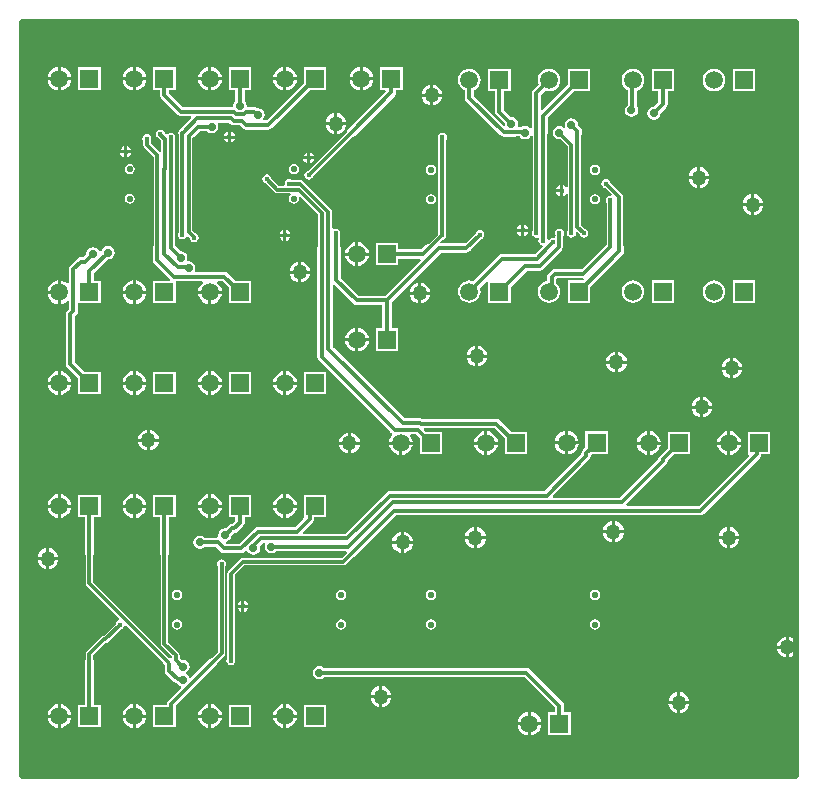
<source format=gtl>
G04*
G04 #@! TF.GenerationSoftware,Altium Limited,Altium Designer,21.7.1 (17)*
G04*
G04 Layer_Physical_Order=1*
G04 Layer_Color=255*
%FSLAX25Y25*%
%MOIN*%
G70*
G04*
G04 #@! TF.SameCoordinates,7C3BC35F-E18A-483C-85EC-813A21A3F68C*
G04*
G04*
G04 #@! TF.FilePolarity,Positive*
G04*
G01*
G75*
%ADD11C,0.01968*%
%ADD19C,0.01400*%
%ADD20C,0.01181*%
%ADD21C,0.05906*%
%ADD22R,0.05906X0.05906*%
%ADD23C,0.02165*%
%ADD24C,0.01772*%
%ADD25C,0.02756*%
%ADD26C,0.05000*%
G36*
X218500Y-142883D02*
X218026Y-143043D01*
X217996Y-143004D01*
X217265Y-142443D01*
X216414Y-142090D01*
X216000Y-142036D01*
Y-145500D01*
Y-148964D01*
X216414Y-148910D01*
X217265Y-148557D01*
X217996Y-147996D01*
X218026Y-147957D01*
X218500Y-148117D01*
Y-188500D01*
X-39500D01*
X-39500Y63000D01*
X218500Y63000D01*
X218500Y-142883D01*
D02*
G37*
%LPC*%
G36*
X74000Y47921D02*
Y44500D01*
X77421D01*
X77351Y45032D01*
X76953Y45993D01*
X76319Y46819D01*
X75493Y47453D01*
X74532Y47851D01*
X74000Y47921D01*
D02*
G37*
G36*
X73000D02*
X72468Y47851D01*
X71507Y47453D01*
X70681Y46819D01*
X70047Y45993D01*
X69649Y45032D01*
X69579Y44500D01*
X73000D01*
Y47921D01*
D02*
G37*
G36*
X48500D02*
Y44500D01*
X51921D01*
X51851Y45032D01*
X51453Y45993D01*
X50819Y46819D01*
X49993Y47453D01*
X49032Y47851D01*
X48500Y47921D01*
D02*
G37*
G36*
X47500D02*
X46968Y47851D01*
X46007Y47453D01*
X45181Y46819D01*
X44547Y45993D01*
X44149Y45032D01*
X44079Y44500D01*
X47500D01*
Y47921D01*
D02*
G37*
G36*
X23500D02*
Y44500D01*
X26921D01*
X26851Y45032D01*
X26453Y45993D01*
X25819Y46819D01*
X24993Y47453D01*
X24032Y47851D01*
X23500Y47921D01*
D02*
G37*
G36*
X22500D02*
X21968Y47851D01*
X21007Y47453D01*
X20181Y46819D01*
X19547Y45993D01*
X19149Y45032D01*
X19079Y44500D01*
X22500D01*
Y47921D01*
D02*
G37*
G36*
X-1665D02*
Y44500D01*
X1756D01*
X1686Y45032D01*
X1287Y45993D01*
X654Y46819D01*
X-172Y47453D01*
X-1134Y47851D01*
X-1665Y47921D01*
D02*
G37*
G36*
X-2665D02*
X-3197Y47851D01*
X-4159Y47453D01*
X-4984Y46819D01*
X-5618Y45993D01*
X-6016Y45032D01*
X-6086Y44500D01*
X-2665D01*
Y47921D01*
D02*
G37*
G36*
X-26724D02*
Y44500D01*
X-23303D01*
X-23373Y45032D01*
X-23772Y45993D01*
X-24405Y46819D01*
X-25231Y47453D01*
X-26193Y47851D01*
X-26724Y47921D01*
D02*
G37*
G36*
X-27724D02*
X-28256Y47851D01*
X-29218Y47453D01*
X-30044Y46819D01*
X-30677Y45993D01*
X-31075Y45032D01*
X-31145Y44500D01*
X-27724D01*
Y47921D01*
D02*
G37*
G36*
X-13472Y47753D02*
X-20977D01*
Y40247D01*
X-13472D01*
Y47753D01*
D02*
G37*
G36*
X77421Y43500D02*
X74000D01*
Y40079D01*
X74532Y40149D01*
X75493Y40547D01*
X76319Y41181D01*
X76953Y42007D01*
X77351Y42968D01*
X77421Y43500D01*
D02*
G37*
G36*
X73000D02*
X69579D01*
X69649Y42968D01*
X70047Y42007D01*
X70681Y41181D01*
X71507Y40547D01*
X72468Y40149D01*
X73000Y40079D01*
Y43500D01*
D02*
G37*
G36*
X51921D02*
X48500D01*
Y40079D01*
X49032Y40149D01*
X49993Y40547D01*
X50819Y41181D01*
X51453Y42007D01*
X51851Y42968D01*
X51921Y43500D01*
D02*
G37*
G36*
X47500D02*
X44079D01*
X44149Y42968D01*
X44547Y42007D01*
X45181Y41181D01*
X46007Y40547D01*
X46968Y40149D01*
X47500Y40079D01*
Y43500D01*
D02*
G37*
G36*
X26921D02*
X23500D01*
Y40079D01*
X24032Y40149D01*
X24993Y40547D01*
X25819Y41181D01*
X26453Y42007D01*
X26851Y42968D01*
X26921Y43500D01*
D02*
G37*
G36*
X22500D02*
X19079D01*
X19149Y42968D01*
X19547Y42007D01*
X20181Y41181D01*
X21007Y40547D01*
X21968Y40149D01*
X22500Y40079D01*
Y43500D01*
D02*
G37*
G36*
X1756D02*
X-1665D01*
Y40079D01*
X-1134Y40149D01*
X-172Y40547D01*
X654Y41181D01*
X1287Y42007D01*
X1686Y42968D01*
X1756Y43500D01*
D02*
G37*
G36*
X-2665D02*
X-6086D01*
X-6016Y42968D01*
X-5618Y42007D01*
X-4984Y41181D01*
X-4159Y40547D01*
X-3197Y40149D01*
X-2665Y40079D01*
Y43500D01*
D02*
G37*
G36*
X-23303D02*
X-26724D01*
Y40079D01*
X-26193Y40149D01*
X-25231Y40547D01*
X-24405Y41181D01*
X-23772Y42007D01*
X-23373Y42968D01*
X-23303Y43500D01*
D02*
G37*
G36*
X-27724D02*
X-31145D01*
X-31075Y42968D01*
X-30677Y42007D01*
X-30044Y41181D01*
X-29218Y40547D01*
X-28256Y40149D01*
X-27724Y40079D01*
Y43500D01*
D02*
G37*
G36*
X204753Y47253D02*
X197247D01*
Y39747D01*
X204753D01*
Y47253D01*
D02*
G37*
G36*
X191000Y47285D02*
X190020Y47156D01*
X189107Y46778D01*
X188323Y46176D01*
X187722Y45393D01*
X187344Y44480D01*
X187215Y43500D01*
X187344Y42520D01*
X187722Y41607D01*
X188323Y40824D01*
X189107Y40222D01*
X190020Y39844D01*
X191000Y39715D01*
X191980Y39844D01*
X192893Y40222D01*
X193676Y40824D01*
X194278Y41607D01*
X194656Y42520D01*
X194785Y43500D01*
X194656Y44480D01*
X194278Y45393D01*
X193676Y46176D01*
X192893Y46778D01*
X191980Y47156D01*
X191000Y47285D01*
D02*
G37*
G36*
X97500Y41964D02*
Y39000D01*
X100464D01*
X100410Y39414D01*
X100057Y40265D01*
X99496Y40996D01*
X98765Y41557D01*
X97914Y41910D01*
X97500Y41964D01*
D02*
G37*
G36*
X96500D02*
X96086Y41910D01*
X95235Y41557D01*
X94504Y40996D01*
X93943Y40265D01*
X93590Y39414D01*
X93536Y39000D01*
X96500D01*
Y41964D01*
D02*
G37*
G36*
X100464Y38000D02*
X97500D01*
Y35036D01*
X97914Y35090D01*
X98765Y35443D01*
X99496Y36004D01*
X100057Y36735D01*
X100410Y37586D01*
X100464Y38000D01*
D02*
G37*
G36*
X96500D02*
X93536D01*
X93590Y37586D01*
X93943Y36735D01*
X94504Y36004D01*
X95235Y35443D01*
X96086Y35090D01*
X96500Y35036D01*
Y38000D01*
D02*
G37*
G36*
X177753Y47253D02*
X170247D01*
Y39747D01*
X172471D01*
Y36055D01*
X171048Y34633D01*
X171000Y34643D01*
X170150Y34474D01*
X169430Y33992D01*
X168948Y33272D01*
X168779Y32422D01*
X168948Y31572D01*
X169430Y30852D01*
X170150Y30370D01*
X171000Y30201D01*
X171850Y30370D01*
X172570Y30852D01*
X173052Y31572D01*
X173221Y32422D01*
X173211Y32470D01*
X175081Y34341D01*
X175413Y34837D01*
X175529Y35422D01*
Y39747D01*
X177753D01*
Y47253D01*
D02*
G37*
G36*
X164000Y47285D02*
X163020Y47156D01*
X162107Y46778D01*
X161323Y46176D01*
X160722Y45393D01*
X160344Y44480D01*
X160215Y43500D01*
X160344Y42520D01*
X160722Y41607D01*
X161323Y40824D01*
X162107Y40222D01*
X162221Y40175D01*
Y35187D01*
X161930Y34992D01*
X161448Y34272D01*
X161279Y33422D01*
X161448Y32572D01*
X161930Y31852D01*
X162650Y31370D01*
X163500Y31201D01*
X164350Y31370D01*
X165070Y31852D01*
X165552Y32572D01*
X165721Y33422D01*
X165552Y34272D01*
X165279Y34679D01*
Y39968D01*
X165893Y40222D01*
X166676Y40824D01*
X167278Y41607D01*
X167656Y42520D01*
X167785Y43500D01*
X167656Y44480D01*
X167278Y45393D01*
X166676Y46176D01*
X165893Y46778D01*
X164980Y47156D01*
X164000Y47285D01*
D02*
G37*
G36*
X61753Y47753D02*
X54247D01*
Y42410D01*
X41866Y30029D01*
X41037D01*
X40770Y30529D01*
X41104Y31028D01*
X41273Y31878D01*
X41104Y32728D01*
X40622Y33448D01*
X39902Y33930D01*
X39052Y34099D01*
X38698Y34028D01*
X38644Y34081D01*
X38148Y34413D01*
X37563Y34529D01*
X35528D01*
X35210Y34916D01*
X35221Y34968D01*
X35052Y35817D01*
X34570Y36538D01*
X34529Y36565D01*
Y40247D01*
X36753D01*
Y47753D01*
X29247D01*
Y40247D01*
X31471D01*
Y36565D01*
X31430Y36538D01*
X30948Y35817D01*
X30779Y34968D01*
X30790Y34916D01*
X30472Y34529D01*
X14133D01*
X9364Y39299D01*
Y40247D01*
X11587D01*
Y47753D01*
X4082D01*
Y40247D01*
X6305D01*
Y38665D01*
X6422Y38080D01*
X6753Y37584D01*
X12419Y31919D01*
X12915Y31587D01*
X13500Y31471D01*
X16654D01*
X16846Y31009D01*
X12919Y27081D01*
X12587Y26585D01*
X12471Y26000D01*
X12540Y25652D01*
Y-7145D01*
X12353Y-7424D01*
X12239Y-8000D01*
X12353Y-8576D01*
X12680Y-9064D01*
X13168Y-9391D01*
X13744Y-9505D01*
X14320Y-9391D01*
X14808Y-9064D01*
X15080Y-8658D01*
X15622Y-8492D01*
X16187Y-9057D01*
X16290Y-9576D01*
X16617Y-10064D01*
X17105Y-10391D01*
X17681Y-10505D01*
X18257Y-10391D01*
X18745Y-10064D01*
X19072Y-9576D01*
X19186Y-9000D01*
X19072Y-8424D01*
X18745Y-7936D01*
X18257Y-7609D01*
X18118Y-7581D01*
X17082Y-6546D01*
Y24268D01*
X17328Y24514D01*
X17696Y24587D01*
X18193Y24919D01*
X19667Y26393D01*
X21989D01*
X22016Y26352D01*
X22737Y25870D01*
X23587Y25701D01*
X24436Y25870D01*
X25157Y26352D01*
X25638Y27072D01*
X25807Y27922D01*
X25638Y28772D01*
X25600Y28830D01*
X25835Y29271D01*
X29353D01*
X29815Y28808D01*
X30311Y28477D01*
X30897Y28360D01*
X32977D01*
X33918Y27419D01*
X34415Y27087D01*
X35000Y26971D01*
X42500D01*
X43085Y27087D01*
X43581Y27419D01*
X56410Y40247D01*
X61753D01*
Y47753D01*
D02*
G37*
G36*
X65500Y32464D02*
Y29500D01*
X68464D01*
X68410Y29914D01*
X68057Y30765D01*
X67496Y31496D01*
X66765Y32057D01*
X65914Y32410D01*
X65500Y32464D01*
D02*
G37*
G36*
X64500D02*
X64086Y32410D01*
X63235Y32057D01*
X62504Y31496D01*
X61943Y30765D01*
X61590Y29914D01*
X61536Y29500D01*
X64500D01*
Y32464D01*
D02*
G37*
G36*
X143500Y30721D02*
X142650Y30552D01*
X141930Y30070D01*
X141448Y29350D01*
X141279Y28500D01*
X141396Y27914D01*
X140937Y27659D01*
X140350Y28052D01*
X139500Y28221D01*
X138650Y28052D01*
X137930Y27570D01*
X137448Y26850D01*
X137279Y26000D01*
X137448Y25150D01*
X137930Y24430D01*
X138650Y23948D01*
X139500Y23779D01*
X139932Y23865D01*
X142296Y21501D01*
Y7758D01*
X141796Y7606D01*
X141560Y7960D01*
X140936Y8376D01*
X140700Y8423D01*
Y6600D01*
Y4777D01*
X140936Y4824D01*
X141560Y5240D01*
X141796Y5594D01*
X142296Y5442D01*
Y-6645D01*
X142109Y-6924D01*
X141995Y-7500D01*
X142109Y-8076D01*
X142436Y-8564D01*
X142924Y-8891D01*
X143500Y-9005D01*
X144076Y-8891D01*
X144564Y-8564D01*
X144891Y-8076D01*
X145005Y-7500D01*
X144950Y-7222D01*
X145411Y-6976D01*
X146182Y-7747D01*
X146247Y-8076D01*
X146573Y-8564D01*
X147062Y-8891D01*
X147638Y-9005D01*
X148214Y-8891D01*
X148702Y-8564D01*
X149029Y-8076D01*
X149143Y-7500D01*
X149029Y-6924D01*
X148702Y-6436D01*
X148214Y-6109D01*
X147885Y-6044D01*
X146704Y-4863D01*
Y25102D01*
X146913Y25415D01*
X147029Y26000D01*
Y26500D01*
X146913Y27085D01*
X146581Y27581D01*
X145711Y28452D01*
X145721Y28500D01*
X145552Y29350D01*
X145070Y30070D01*
X144350Y30552D01*
X143500Y30721D01*
D02*
G37*
G36*
X136047Y47285D02*
X135068Y47156D01*
X134155Y46778D01*
X133371Y46176D01*
X132769Y45393D01*
X132391Y44480D01*
X132262Y43500D01*
X132391Y42520D01*
X132542Y42157D01*
X130710Y40326D01*
X130378Y39829D01*
X130262Y39244D01*
Y27435D01*
X129762Y27283D01*
X129570Y27570D01*
X128850Y28052D01*
X128000Y28221D01*
X127150Y28052D01*
X126757Y27789D01*
X125866D01*
X125579Y28289D01*
X125721Y29000D01*
X125552Y29850D01*
X125070Y30570D01*
X124350Y31052D01*
X123500Y31221D01*
X123452Y31211D01*
X121029Y33634D01*
Y39747D01*
X123253D01*
Y47253D01*
X115747D01*
Y39747D01*
X117971D01*
Y33000D01*
X118087Y32415D01*
X118419Y31919D01*
X121289Y29048D01*
X121279Y29000D01*
X121381Y28489D01*
X120920Y28243D01*
X111029Y38133D01*
Y40072D01*
X111393Y40222D01*
X112177Y40824D01*
X112778Y41607D01*
X113156Y42520D01*
X113285Y43500D01*
X113156Y44480D01*
X112778Y45393D01*
X112177Y46176D01*
X111393Y46778D01*
X110480Y47156D01*
X109500Y47285D01*
X108520Y47156D01*
X107607Y46778D01*
X106824Y46176D01*
X106222Y45393D01*
X105844Y44480D01*
X105715Y43500D01*
X105844Y42520D01*
X106222Y41607D01*
X106824Y40824D01*
X107607Y40222D01*
X107971Y40072D01*
Y37500D01*
X108087Y36915D01*
X108419Y36419D01*
X119797Y25041D01*
X120293Y24709D01*
X120878Y24593D01*
X124692D01*
X125277Y24709D01*
X125309Y24730D01*
X126229D01*
X126430Y24430D01*
X127150Y23948D01*
X128000Y23779D01*
X128850Y23948D01*
X129570Y24430D01*
X130003Y25077D01*
X130087Y25095D01*
X130587Y24761D01*
Y-6645D01*
X130401Y-6924D01*
X130286Y-7500D01*
X130401Y-8076D01*
X130727Y-8564D01*
X131215Y-8891D01*
X131791Y-9005D01*
X132364Y-8891D01*
X132377Y-8900D01*
X132722Y-9255D01*
X132609Y-9424D01*
X132495Y-10000D01*
X132609Y-10576D01*
X132936Y-11064D01*
X133424Y-11391D01*
X133687Y-11443D01*
X133852Y-11986D01*
X131367Y-14471D01*
X120500D01*
X119915Y-14587D01*
X119419Y-14919D01*
X110843Y-23494D01*
X110480Y-23344D01*
X109500Y-23215D01*
X108520Y-23344D01*
X107607Y-23722D01*
X106824Y-24324D01*
X106222Y-25107D01*
X105844Y-26020D01*
X105715Y-27000D01*
X105844Y-27980D01*
X106222Y-28893D01*
X106824Y-29676D01*
X107607Y-30278D01*
X108520Y-30656D01*
X109500Y-30785D01*
X110480Y-30656D01*
X111393Y-30278D01*
X112177Y-29676D01*
X112778Y-28893D01*
X113156Y-27980D01*
X113285Y-27000D01*
X113156Y-26020D01*
X113006Y-25657D01*
X115247Y-23416D01*
X115747Y-23623D01*
Y-30753D01*
X123253D01*
Y-25410D01*
X128633Y-20029D01*
X133000D01*
X133585Y-19913D01*
X134081Y-19581D01*
X140081Y-13581D01*
X140413Y-13085D01*
X140505Y-12621D01*
X140613Y-12461D01*
X140704Y-12000D01*
X140704Y-12000D01*
Y-8355D01*
X140891Y-8076D01*
X141005Y-7500D01*
X140891Y-6924D01*
X140564Y-6436D01*
X140076Y-6109D01*
X139500Y-5995D01*
X138924Y-6109D01*
X138436Y-6436D01*
X138109Y-6924D01*
X137995Y-7500D01*
X138109Y-8076D01*
X138249Y-8284D01*
X138178Y-8767D01*
X137752Y-9058D01*
X137433Y-8995D01*
X136857Y-9109D01*
X136369Y-9436D01*
X136042Y-9924D01*
X135988Y-9943D01*
X135427Y-9606D01*
X135391Y-9424D01*
X135294Y-9279D01*
Y25102D01*
X135503Y25415D01*
X135619Y26000D01*
Y30909D01*
X144457Y39747D01*
X149800D01*
Y47253D01*
X142295D01*
Y41910D01*
X133783Y33398D01*
X133321Y33590D01*
Y38611D01*
X134704Y39994D01*
X135068Y39844D01*
X136047Y39715D01*
X137027Y39844D01*
X137940Y40222D01*
X138724Y40824D01*
X139325Y41607D01*
X139703Y42520D01*
X139832Y43500D01*
X139703Y44480D01*
X139325Y45393D01*
X138724Y46176D01*
X137940Y46778D01*
X137027Y47156D01*
X136047Y47285D01*
D02*
G37*
G36*
X68464Y28500D02*
X65500D01*
Y25536D01*
X65914Y25590D01*
X66765Y25943D01*
X67496Y26504D01*
X68057Y27235D01*
X68410Y28086D01*
X68464Y28500D01*
D02*
G37*
G36*
X64500D02*
X61536D01*
X61590Y28086D01*
X61943Y27235D01*
X62504Y26504D01*
X63235Y25943D01*
X64086Y25590D01*
X64500Y25536D01*
Y28500D01*
D02*
G37*
G36*
X29992Y26325D02*
Y25001D01*
X31315D01*
X31269Y25237D01*
X30852Y25861D01*
X30228Y26278D01*
X29992Y26325D01*
D02*
G37*
G36*
X28992D02*
X28756Y26278D01*
X28133Y25861D01*
X27716Y25237D01*
X27669Y25001D01*
X28992D01*
Y26325D01*
D02*
G37*
G36*
X31315Y24001D02*
X29992D01*
Y22678D01*
X30228Y22725D01*
X30852Y23142D01*
X31269Y23765D01*
X31315Y24001D01*
D02*
G37*
G36*
X28992D02*
X27669D01*
X27716Y23765D01*
X28133Y23142D01*
X28756Y22725D01*
X28992Y22678D01*
Y24001D01*
D02*
G37*
G36*
X-4600Y21423D02*
Y20100D01*
X-3277D01*
X-3324Y20336D01*
X-3740Y20960D01*
X-4364Y21376D01*
X-4600Y21423D01*
D02*
G37*
G36*
X-5600D02*
X-5836Y21376D01*
X-6460Y20960D01*
X-6876Y20336D01*
X-6923Y20100D01*
X-5600D01*
Y21423D01*
D02*
G37*
G36*
X6500Y27005D02*
X5924Y26891D01*
X5436Y26564D01*
X5109Y26076D01*
X4995Y25500D01*
X5109Y24924D01*
X5436Y24436D01*
X5924Y24109D01*
X6054Y24083D01*
X6796Y23341D01*
Y19587D01*
X6525Y19444D01*
X6296Y19407D01*
X3204Y22499D01*
Y23245D01*
X3324Y23424D01*
X3438Y24000D01*
X3324Y24576D01*
X2998Y25064D01*
X2509Y25391D01*
X1933Y25505D01*
X1357Y25391D01*
X869Y25064D01*
X542Y24576D01*
X428Y24000D01*
X542Y23424D01*
X796Y23045D01*
Y22000D01*
X796Y22000D01*
X887Y21539D01*
X1149Y21148D01*
X4296Y18001D01*
Y-11602D01*
X4087Y-11915D01*
X3971Y-12500D01*
Y-16500D01*
X4087Y-17085D01*
X4419Y-17581D01*
X9789Y-22952D01*
X9606Y-23452D01*
X4082D01*
Y-30957D01*
X11587D01*
Y-23529D01*
X20475D01*
X20645Y-24029D01*
X20181Y-24386D01*
X19547Y-25211D01*
X19149Y-26173D01*
X19079Y-26705D01*
X26921D01*
X26851Y-26173D01*
X26453Y-25211D01*
X25819Y-24386D01*
X25355Y-24029D01*
X25525Y-23529D01*
X27162D01*
X29247Y-25615D01*
Y-30957D01*
X36753D01*
Y-23452D01*
X31410D01*
X28877Y-20919D01*
X28381Y-20587D01*
X27795Y-20471D01*
X18127D01*
X17891Y-20030D01*
X17930Y-19972D01*
X18099Y-19122D01*
X17930Y-18272D01*
X17448Y-17552D01*
X16728Y-17070D01*
X15878Y-16901D01*
X15689Y-16939D01*
X15506Y-16742D01*
X15352Y-16496D01*
X15508Y-15712D01*
X15339Y-14863D01*
X14858Y-14142D01*
X14137Y-13661D01*
X13288Y-13492D01*
X13239Y-13501D01*
X11204Y-11466D01*
Y23638D01*
X11396Y23925D01*
X11511Y24501D01*
X11396Y25077D01*
X11070Y25566D01*
X10581Y25892D01*
X10005Y26007D01*
X9429Y25892D01*
X8941Y25566D01*
X8838Y25412D01*
X8197Y25346D01*
X7996Y25547D01*
X7891Y26076D01*
X7564Y26564D01*
X7076Y26891D01*
X6500Y27005D01*
D02*
G37*
G36*
X56431Y19339D02*
Y18016D01*
X57755D01*
X57708Y18252D01*
X57291Y18875D01*
X56667Y19292D01*
X56431Y19339D01*
D02*
G37*
G36*
X55431D02*
X55195Y19292D01*
X54572Y18875D01*
X54155Y18252D01*
X54108Y18016D01*
X55431D01*
Y19339D01*
D02*
G37*
G36*
X-3277Y19100D02*
X-4600D01*
Y17777D01*
X-4364Y17824D01*
X-3740Y18240D01*
X-3324Y18864D01*
X-3277Y19100D01*
D02*
G37*
G36*
X-5600D02*
X-6923D01*
X-6876Y18864D01*
X-6460Y18240D01*
X-5836Y17824D01*
X-5600Y17777D01*
Y19100D01*
D02*
G37*
G36*
X57755Y17016D02*
X56431D01*
Y15692D01*
X56667Y15739D01*
X57291Y16156D01*
X57708Y16780D01*
X57755Y17016D01*
D02*
G37*
G36*
X55431D02*
X54108D01*
X54155Y16780D01*
X54572Y16156D01*
X55195Y15739D01*
X55431Y15692D01*
Y17016D01*
D02*
G37*
G36*
X50949Y15482D02*
X50296Y15352D01*
X49742Y14982D01*
X49373Y14428D01*
X49243Y13776D01*
X49373Y13123D01*
X49742Y12569D01*
X50296Y12200D01*
X50949Y12070D01*
X51602Y12200D01*
X52155Y12569D01*
X52525Y13123D01*
X52655Y13776D01*
X52525Y14428D01*
X52155Y14982D01*
X51602Y15352D01*
X50949Y15482D01*
D02*
G37*
G36*
X-3776D02*
X-4428Y15352D01*
X-4982Y14982D01*
X-5352Y14428D01*
X-5482Y13776D01*
X-5352Y13123D01*
X-4982Y12569D01*
X-4428Y12200D01*
X-3776Y12070D01*
X-3123Y12200D01*
X-2569Y12569D01*
X-2199Y13123D01*
X-2070Y13776D01*
X-2199Y14428D01*
X-2569Y14982D01*
X-3123Y15352D01*
X-3776Y15482D01*
D02*
G37*
G36*
X151378Y15289D02*
X150725Y15159D01*
X150172Y14789D01*
X149802Y14235D01*
X149672Y13583D01*
X149802Y12930D01*
X150172Y12376D01*
X150725Y12007D01*
X151378Y11877D01*
X152031Y12007D01*
X152584Y12376D01*
X152954Y12930D01*
X153084Y13583D01*
X152954Y14235D01*
X152584Y14789D01*
X152031Y15159D01*
X151378Y15289D01*
D02*
G37*
G36*
X96653D02*
X96001Y15159D01*
X95447Y14789D01*
X95077Y14235D01*
X94948Y13583D01*
X95077Y12930D01*
X95447Y12376D01*
X96001Y12007D01*
X96653Y11877D01*
X97306Y12007D01*
X97860Y12376D01*
X98230Y12930D01*
X98360Y13583D01*
X98230Y14235D01*
X97860Y14789D01*
X97306Y15159D01*
X96653Y15289D01*
D02*
G37*
G36*
X186500Y14464D02*
Y11500D01*
X189464D01*
X189410Y11914D01*
X189057Y12765D01*
X188496Y13496D01*
X187765Y14057D01*
X186914Y14410D01*
X186500Y14464D01*
D02*
G37*
G36*
X185500D02*
X185086Y14410D01*
X184235Y14057D01*
X183504Y13496D01*
X182943Y12765D01*
X182590Y11914D01*
X182536Y11500D01*
X185500D01*
Y14464D01*
D02*
G37*
G36*
X87253Y47753D02*
X79747D01*
Y40247D01*
X81496D01*
X81704Y39747D01*
X69038Y27081D01*
X68706Y26585D01*
X68633Y26217D01*
X55684Y13268D01*
X55355Y13203D01*
X54867Y12877D01*
X54541Y12388D01*
X54426Y11812D01*
X54541Y11236D01*
X54867Y10748D01*
X55355Y10422D01*
X55931Y10307D01*
X56507Y10422D01*
X56996Y10748D01*
X57322Y11236D01*
X57388Y11565D01*
X70336Y24514D01*
X70704Y24587D01*
X71201Y24919D01*
X84581Y38300D01*
X84913Y38796D01*
X85029Y39381D01*
Y40247D01*
X87253D01*
Y47753D01*
D02*
G37*
G36*
X189464Y10500D02*
X186500D01*
Y7536D01*
X186914Y7590D01*
X187765Y7943D01*
X188496Y8504D01*
X189057Y9235D01*
X189410Y10086D01*
X189464Y10500D01*
D02*
G37*
G36*
X185500D02*
X182536D01*
X182590Y10086D01*
X182943Y9235D01*
X183504Y8504D01*
X184235Y7943D01*
X185086Y7590D01*
X185500Y7536D01*
Y10500D01*
D02*
G37*
G36*
X139700Y8423D02*
X139464Y8376D01*
X138840Y7960D01*
X138424Y7336D01*
X138377Y7100D01*
X139700D01*
Y8423D01*
D02*
G37*
G36*
X155000Y10505D02*
X154424Y10391D01*
X153936Y10064D01*
X153609Y9576D01*
X153495Y9000D01*
X153609Y8424D01*
X153936Y7936D01*
X154424Y7609D01*
X154753Y7544D01*
X156852Y5445D01*
X156606Y4984D01*
X156500Y5005D01*
X155924Y4891D01*
X155436Y4564D01*
X155109Y4076D01*
X154995Y3500D01*
X155109Y2924D01*
X155296Y2645D01*
Y-11167D01*
X154919Y-11419D01*
X146867Y-19471D01*
X138000D01*
X137415Y-19587D01*
X136919Y-19919D01*
X135828Y-21009D01*
X135496Y-21505D01*
X135380Y-22091D01*
Y-23303D01*
X135068Y-23344D01*
X134155Y-23722D01*
X133371Y-24324D01*
X132769Y-25107D01*
X132391Y-26020D01*
X132262Y-27000D01*
X132391Y-27980D01*
X132769Y-28893D01*
X133371Y-29676D01*
X134155Y-30278D01*
X135068Y-30656D01*
X136047Y-30785D01*
X137027Y-30656D01*
X137940Y-30278D01*
X138724Y-29676D01*
X139325Y-28893D01*
X139703Y-27980D01*
X139832Y-27000D01*
X139703Y-26020D01*
X139325Y-25107D01*
X138724Y-24324D01*
X138439Y-24105D01*
Y-22724D01*
X138634Y-22529D01*
X147494D01*
X147510Y-22546D01*
X147763Y-22987D01*
X147561Y-23247D01*
X142295D01*
Y-30753D01*
X149800D01*
Y-25410D01*
X160581Y-14629D01*
X160913Y-14132D01*
X161029Y-13547D01*
Y-12500D01*
X160913Y-11915D01*
X160704Y-11602D01*
Y4500D01*
X160613Y4961D01*
X160352Y5351D01*
X156456Y9247D01*
X156391Y9576D01*
X156064Y10064D01*
X155576Y10391D01*
X155000Y10505D01*
D02*
G37*
G36*
X139700Y6100D02*
X138377D01*
X138424Y5864D01*
X138840Y5240D01*
X139464Y4824D01*
X139700Y4777D01*
Y6100D01*
D02*
G37*
G36*
X204500Y5464D02*
Y2500D01*
X207464D01*
X207410Y2914D01*
X207057Y3765D01*
X206496Y4496D01*
X205765Y5057D01*
X204914Y5410D01*
X204500Y5464D01*
D02*
G37*
G36*
X203500D02*
X203086Y5410D01*
X202235Y5057D01*
X201504Y4496D01*
X200943Y3765D01*
X200590Y2914D01*
X200536Y2500D01*
X203500D01*
Y5464D01*
D02*
G37*
G36*
X-3776Y5639D02*
X-4428Y5509D01*
X-4982Y5139D01*
X-5352Y4586D01*
X-5482Y3933D01*
X-5352Y3280D01*
X-4982Y2727D01*
X-4428Y2357D01*
X-3776Y2227D01*
X-3123Y2357D01*
X-2569Y2727D01*
X-2199Y3280D01*
X-2070Y3933D01*
X-2199Y4586D01*
X-2569Y5139D01*
X-3123Y5509D01*
X-3776Y5639D01*
D02*
G37*
G36*
X151378Y5446D02*
X150725Y5316D01*
X150172Y4947D01*
X149802Y4393D01*
X149672Y3740D01*
X149802Y3087D01*
X150172Y2534D01*
X150725Y2164D01*
X151378Y2034D01*
X152031Y2164D01*
X152584Y2534D01*
X152954Y3087D01*
X153084Y3740D01*
X152954Y4393D01*
X152584Y4947D01*
X152031Y5316D01*
X151378Y5446D01*
D02*
G37*
G36*
X96653D02*
X96001Y5316D01*
X95447Y4947D01*
X95077Y4393D01*
X94948Y3740D01*
X95077Y3087D01*
X95447Y2534D01*
X96001Y2164D01*
X96653Y2034D01*
X97306Y2164D01*
X97860Y2534D01*
X98230Y3087D01*
X98360Y3740D01*
X98230Y4393D01*
X97860Y4947D01*
X97306Y5316D01*
X96653Y5446D01*
D02*
G37*
G36*
X207464Y1500D02*
X204500D01*
Y-1464D01*
X204914Y-1410D01*
X205765Y-1057D01*
X206496Y-496D01*
X207057Y235D01*
X207410Y1086D01*
X207464Y1500D01*
D02*
G37*
G36*
X203500D02*
X200536D01*
X200590Y1086D01*
X200943Y235D01*
X201504Y-496D01*
X202235Y-1057D01*
X203086Y-1410D01*
X203500Y-1464D01*
Y1500D01*
D02*
G37*
G36*
X127700Y-4777D02*
Y-6100D01*
X129023D01*
X128976Y-5864D01*
X128560Y-5240D01*
X127936Y-4824D01*
X127700Y-4777D01*
D02*
G37*
G36*
X126700D02*
X126464Y-4824D01*
X125840Y-5240D01*
X125424Y-5864D01*
X125377Y-6100D01*
X126700D01*
Y-4777D01*
D02*
G37*
G36*
X48500Y-6420D02*
Y-7743D01*
X49823D01*
X49776Y-7507D01*
X49360Y-6883D01*
X48736Y-6467D01*
X48500Y-6420D01*
D02*
G37*
G36*
X47500D02*
X47264Y-6467D01*
X46640Y-6883D01*
X46224Y-7507D01*
X46177Y-7743D01*
X47500D01*
Y-6420D01*
D02*
G37*
G36*
X129023Y-7100D02*
X127700D01*
Y-8423D01*
X127936Y-8376D01*
X128560Y-7960D01*
X128976Y-7336D01*
X129023Y-7100D01*
D02*
G37*
G36*
X126700D02*
X125377D01*
X125424Y-7336D01*
X125840Y-7960D01*
X126464Y-8376D01*
X126700Y-8423D01*
Y-7100D01*
D02*
G37*
G36*
X49823Y-8743D02*
X48500D01*
Y-10066D01*
X48736Y-10019D01*
X49360Y-9603D01*
X49776Y-8979D01*
X49823Y-8743D01*
D02*
G37*
G36*
X47500D02*
X46177D01*
X46224Y-8979D01*
X46640Y-9603D01*
X47264Y-10019D01*
X47500Y-10066D01*
Y-8743D01*
D02*
G37*
G36*
X100500Y26007D02*
X99924Y25892D01*
X99436Y25566D01*
X99109Y25077D01*
X98995Y24501D01*
X99109Y23925D01*
X99128Y23897D01*
Y-7388D01*
X98941Y-7667D01*
X98876Y-7996D01*
X95859Y-11014D01*
X95490Y-11087D01*
X94994Y-11419D01*
X93442Y-12971D01*
X85753D01*
Y-10747D01*
X78247D01*
Y-18253D01*
X85753D01*
Y-16029D01*
X93104D01*
X93295Y-16491D01*
X81366Y-28420D01*
X72583D01*
X66529Y-22366D01*
Y-12500D01*
X66413Y-11915D01*
X66204Y-11602D01*
Y-8355D01*
X66391Y-8076D01*
X66505Y-7500D01*
X66391Y-6924D01*
X66064Y-6436D01*
X65576Y-6109D01*
X65000Y-5995D01*
X64424Y-6109D01*
X64204Y-6256D01*
X63704Y-5989D01*
Y-500D01*
X63613Y-39D01*
X63352Y351D01*
X53851Y9851D01*
X53461Y10113D01*
X53000Y10204D01*
X53000Y10204D01*
X50355D01*
X50076Y10391D01*
X49500Y10505D01*
X48924Y10391D01*
X48436Y10064D01*
X48109Y9576D01*
X47995Y9000D01*
X48054Y8704D01*
X47701Y8204D01*
X45999D01*
X43473Y10730D01*
X43391Y11143D01*
X43064Y11631D01*
X42576Y11958D01*
X42000Y12072D01*
X41424Y11958D01*
X40936Y11631D01*
X40609Y11143D01*
X40495Y10567D01*
X40609Y9991D01*
X40936Y9503D01*
X41424Y9176D01*
X41670Y9127D01*
X44649Y6148D01*
X44649Y6148D01*
X45039Y5887D01*
X45500Y5796D01*
X45500Y5796D01*
X48307D01*
X48644Y5729D01*
X49725D01*
X49876Y5229D01*
X49742Y5139D01*
X49373Y4586D01*
X49243Y3933D01*
X49373Y3280D01*
X49742Y2727D01*
X50296Y2357D01*
X50949Y2227D01*
X51602Y2357D01*
X52155Y2727D01*
X52525Y3280D01*
X52655Y3933D01*
X52532Y4553D01*
X52553Y4583D01*
X53047Y4744D01*
X55225Y2566D01*
X59096Y-1304D01*
Y-11602D01*
X58887Y-11915D01*
X58771Y-12500D01*
Y-48800D01*
X58887Y-49385D01*
X59219Y-49881D01*
X83466Y-74129D01*
X83609Y-74224D01*
X83655Y-74318D01*
X83685Y-74876D01*
X83201Y-75507D01*
X82802Y-76468D01*
X82732Y-77000D01*
X90575D01*
X90505Y-76468D01*
X90106Y-75507D01*
X89776Y-75077D01*
X90023Y-74577D01*
X91567D01*
X92901Y-75910D01*
Y-81253D01*
X100406D01*
Y-73747D01*
X95064D01*
X94308Y-72991D01*
X94499Y-72529D01*
X117867D01*
X121247Y-75910D01*
Y-81253D01*
X128753D01*
Y-73747D01*
X123410D01*
X119581Y-69919D01*
X119085Y-69587D01*
X118500Y-69471D01*
X93752D01*
X93697Y-69434D01*
X93112Y-69318D01*
X87981D01*
X64029Y-45366D01*
Y-24846D01*
X64491Y-24654D01*
X70868Y-31031D01*
X71364Y-31362D01*
X71949Y-31479D01*
X80471D01*
Y-39247D01*
X78247D01*
Y-46753D01*
X85753D01*
Y-39247D01*
X83529D01*
Y-30583D01*
X100083Y-14029D01*
X108500D01*
X109085Y-13913D01*
X109581Y-13581D01*
X109913Y-13085D01*
X109986Y-12717D01*
X113247Y-9456D01*
X113576Y-9391D01*
X114064Y-9064D01*
X114391Y-8576D01*
X114505Y-8000D01*
X114391Y-7424D01*
X114064Y-6936D01*
X113576Y-6609D01*
X113000Y-6495D01*
X112424Y-6609D01*
X111936Y-6936D01*
X111609Y-7424D01*
X111544Y-7753D01*
X108326Y-10971D01*
X100015D01*
X99808Y-10471D01*
X100579Y-9699D01*
X100908Y-9634D01*
X101397Y-9307D01*
X101723Y-8819D01*
X101838Y-8243D01*
X101723Y-7667D01*
X101537Y-7388D01*
Y23418D01*
X101564Y23437D01*
X101891Y23925D01*
X102005Y24501D01*
X101891Y25077D01*
X101564Y25566D01*
X101076Y25892D01*
X100500Y26007D01*
D02*
G37*
G36*
X-11000Y-11779D02*
X-11850Y-11948D01*
X-12570Y-12430D01*
X-13052Y-13150D01*
X-13164Y-13715D01*
X-13394Y-13873D01*
X-13948Y-13652D01*
X-13948Y-13650D01*
X-14430Y-12930D01*
X-15150Y-12448D01*
X-16000Y-12279D01*
X-16850Y-12448D01*
X-17570Y-12930D01*
X-18052Y-13650D01*
X-18221Y-14500D01*
X-18211Y-14548D01*
X-19133Y-15471D01*
X-20000D01*
X-20585Y-15587D01*
X-21081Y-15919D01*
X-23581Y-18419D01*
X-23913Y-18915D01*
X-24029Y-19500D01*
Y-24113D01*
X-24529Y-24290D01*
X-25231Y-23752D01*
X-26193Y-23354D01*
X-26724Y-23284D01*
Y-27205D01*
Y-31126D01*
X-26193Y-31056D01*
X-25231Y-30657D01*
X-24529Y-30119D01*
X-24029Y-30297D01*
Y-32866D01*
X-24581Y-33419D01*
X-24913Y-33915D01*
X-25029Y-34500D01*
Y-51224D01*
X-24913Y-51810D01*
X-24581Y-52306D01*
X-20977Y-55910D01*
Y-61253D01*
X-13472D01*
Y-53747D01*
X-18814D01*
X-21971Y-50591D01*
Y-35133D01*
X-21419Y-34581D01*
X-21087Y-34085D01*
X-20971Y-33500D01*
Y-30957D01*
X-13472D01*
Y-23452D01*
X-15695D01*
Y-20858D01*
X-11048Y-16211D01*
X-11000Y-16221D01*
X-10150Y-16052D01*
X-9430Y-15570D01*
X-8948Y-14850D01*
X-8779Y-14000D01*
X-8948Y-13150D01*
X-9430Y-12430D01*
X-10150Y-11948D01*
X-11000Y-11779D01*
D02*
G37*
G36*
X72500Y-10579D02*
Y-14000D01*
X75921D01*
X75851Y-13468D01*
X75453Y-12507D01*
X74819Y-11681D01*
X73993Y-11047D01*
X73032Y-10649D01*
X72500Y-10579D01*
D02*
G37*
G36*
X71500D02*
X70968Y-10649D01*
X70007Y-11047D01*
X69181Y-11681D01*
X68547Y-12507D01*
X68149Y-13468D01*
X68079Y-14000D01*
X71500D01*
Y-10579D01*
D02*
G37*
G36*
X75921Y-15000D02*
X72500D01*
Y-18421D01*
X73032Y-18351D01*
X73993Y-17953D01*
X74819Y-17319D01*
X75453Y-16493D01*
X75851Y-15532D01*
X75921Y-15000D01*
D02*
G37*
G36*
X71500D02*
X68079D01*
X68149Y-15532D01*
X68547Y-16493D01*
X69181Y-17319D01*
X70007Y-17953D01*
X70968Y-18351D01*
X71500Y-18421D01*
Y-15000D01*
D02*
G37*
G36*
X53500Y-17036D02*
Y-20000D01*
X56464D01*
X56410Y-19586D01*
X56057Y-18735D01*
X55496Y-18004D01*
X54765Y-17443D01*
X53914Y-17090D01*
X53500Y-17036D01*
D02*
G37*
G36*
X52500D02*
X52086Y-17090D01*
X51235Y-17443D01*
X50504Y-18004D01*
X49943Y-18735D01*
X49590Y-19586D01*
X49536Y-20000D01*
X52500D01*
Y-17036D01*
D02*
G37*
G36*
X56464Y-21000D02*
X53500D01*
Y-23964D01*
X53914Y-23910D01*
X54765Y-23557D01*
X55496Y-22996D01*
X56057Y-22265D01*
X56410Y-21414D01*
X56464Y-21000D01*
D02*
G37*
G36*
X52500D02*
X49536D01*
X49590Y-21414D01*
X49943Y-22265D01*
X50504Y-22996D01*
X51235Y-23557D01*
X52086Y-23910D01*
X52500Y-23964D01*
Y-21000D01*
D02*
G37*
G36*
X-1665Y-23284D02*
Y-26705D01*
X1756D01*
X1686Y-26173D01*
X1287Y-25211D01*
X654Y-24386D01*
X-172Y-23752D01*
X-1134Y-23354D01*
X-1665Y-23284D01*
D02*
G37*
G36*
X-2665D02*
X-3197Y-23354D01*
X-4159Y-23752D01*
X-4984Y-24386D01*
X-5618Y-25211D01*
X-6016Y-26173D01*
X-6086Y-26705D01*
X-2665D01*
Y-23284D01*
D02*
G37*
G36*
X-27724D02*
X-28256Y-23354D01*
X-29218Y-23752D01*
X-30044Y-24386D01*
X-30677Y-25211D01*
X-31075Y-26173D01*
X-31145Y-26705D01*
X-27724D01*
Y-23284D01*
D02*
G37*
G36*
X93500Y-24036D02*
Y-27000D01*
X96464D01*
X96410Y-26586D01*
X96057Y-25735D01*
X95496Y-25004D01*
X94765Y-24443D01*
X93914Y-24090D01*
X93500Y-24036D01*
D02*
G37*
G36*
X92500D02*
X92086Y-24090D01*
X91235Y-24443D01*
X90504Y-25004D01*
X89943Y-25735D01*
X89590Y-26586D01*
X89536Y-27000D01*
X92500D01*
Y-24036D01*
D02*
G37*
G36*
X204753Y-23247D02*
X197247D01*
Y-30753D01*
X204753D01*
Y-23247D01*
D02*
G37*
G36*
X177753D02*
X170247D01*
Y-30753D01*
X177753D01*
Y-23247D01*
D02*
G37*
G36*
X191000Y-23215D02*
X190020Y-23344D01*
X189107Y-23722D01*
X188323Y-24324D01*
X187722Y-25107D01*
X187344Y-26020D01*
X187215Y-27000D01*
X187344Y-27980D01*
X187722Y-28893D01*
X188323Y-29676D01*
X189107Y-30278D01*
X190020Y-30656D01*
X191000Y-30785D01*
X191980Y-30656D01*
X192893Y-30278D01*
X193676Y-29676D01*
X194278Y-28893D01*
X194656Y-27980D01*
X194785Y-27000D01*
X194656Y-26020D01*
X194278Y-25107D01*
X193676Y-24324D01*
X192893Y-23722D01*
X191980Y-23344D01*
X191000Y-23215D01*
D02*
G37*
G36*
X164000D02*
X163020Y-23344D01*
X162107Y-23722D01*
X161323Y-24324D01*
X160722Y-25107D01*
X160344Y-26020D01*
X160215Y-27000D01*
X160344Y-27980D01*
X160722Y-28893D01*
X161323Y-29676D01*
X162107Y-30278D01*
X163020Y-30656D01*
X164000Y-30785D01*
X164980Y-30656D01*
X165893Y-30278D01*
X166676Y-29676D01*
X167278Y-28893D01*
X167656Y-27980D01*
X167785Y-27000D01*
X167656Y-26020D01*
X167278Y-25107D01*
X166676Y-24324D01*
X165893Y-23722D01*
X164980Y-23344D01*
X164000Y-23215D01*
D02*
G37*
G36*
X96464Y-28000D02*
X93500D01*
Y-30964D01*
X93914Y-30910D01*
X94765Y-30557D01*
X95496Y-29996D01*
X96057Y-29265D01*
X96410Y-28414D01*
X96464Y-28000D01*
D02*
G37*
G36*
X92500D02*
X89536D01*
X89590Y-28414D01*
X89943Y-29265D01*
X90504Y-29996D01*
X91235Y-30557D01*
X92086Y-30910D01*
X92500Y-30964D01*
Y-28000D01*
D02*
G37*
G36*
X26921Y-27705D02*
X23500D01*
Y-31126D01*
X24032Y-31056D01*
X24993Y-30657D01*
X25819Y-30024D01*
X26453Y-29198D01*
X26851Y-28237D01*
X26921Y-27705D01*
D02*
G37*
G36*
X22500D02*
X19079D01*
X19149Y-28237D01*
X19547Y-29198D01*
X20181Y-30024D01*
X21007Y-30657D01*
X21968Y-31056D01*
X22500Y-31126D01*
Y-27705D01*
D02*
G37*
G36*
X1756D02*
X-1665D01*
Y-31126D01*
X-1134Y-31056D01*
X-172Y-30657D01*
X654Y-30024D01*
X1287Y-29198D01*
X1686Y-28237D01*
X1756Y-27705D01*
D02*
G37*
G36*
X-2665D02*
X-6086D01*
X-6016Y-28237D01*
X-5618Y-29198D01*
X-4984Y-30024D01*
X-4159Y-30657D01*
X-3197Y-31056D01*
X-2665Y-31126D01*
Y-27705D01*
D02*
G37*
G36*
X-27724D02*
X-31145D01*
X-31075Y-28237D01*
X-30677Y-29198D01*
X-30044Y-30024D01*
X-29218Y-30657D01*
X-28256Y-31056D01*
X-27724Y-31126D01*
Y-27705D01*
D02*
G37*
G36*
X72500Y-39079D02*
Y-42500D01*
X75921D01*
X75851Y-41968D01*
X75453Y-41007D01*
X74819Y-40181D01*
X73993Y-39547D01*
X73032Y-39149D01*
X72500Y-39079D01*
D02*
G37*
G36*
X71500D02*
X70968Y-39149D01*
X70007Y-39547D01*
X69181Y-40181D01*
X68547Y-41007D01*
X68149Y-41968D01*
X68079Y-42500D01*
X71500D01*
Y-39079D01*
D02*
G37*
G36*
X75921Y-43500D02*
X72500D01*
Y-46921D01*
X73032Y-46851D01*
X73993Y-46453D01*
X74819Y-45819D01*
X75453Y-44993D01*
X75851Y-44032D01*
X75921Y-43500D01*
D02*
G37*
G36*
X71500D02*
X68079D01*
X68149Y-44032D01*
X68547Y-44993D01*
X69181Y-45819D01*
X70007Y-46453D01*
X70968Y-46851D01*
X71500Y-46921D01*
Y-43500D01*
D02*
G37*
G36*
X112500Y-45036D02*
Y-48000D01*
X115464D01*
X115410Y-47586D01*
X115057Y-46735D01*
X114496Y-46004D01*
X113765Y-45443D01*
X112914Y-45090D01*
X112500Y-45036D01*
D02*
G37*
G36*
X111500D02*
X111086Y-45090D01*
X110235Y-45443D01*
X109504Y-46004D01*
X108943Y-46735D01*
X108590Y-47586D01*
X108536Y-48000D01*
X111500D01*
Y-45036D01*
D02*
G37*
G36*
X159000Y-47036D02*
Y-50000D01*
X161964D01*
X161910Y-49586D01*
X161557Y-48735D01*
X160996Y-48004D01*
X160265Y-47443D01*
X159414Y-47090D01*
X159000Y-47036D01*
D02*
G37*
G36*
X158000D02*
X157586Y-47090D01*
X156735Y-47443D01*
X156004Y-48004D01*
X155443Y-48735D01*
X155090Y-49586D01*
X155036Y-50000D01*
X158000D01*
Y-47036D01*
D02*
G37*
G36*
X115464Y-49000D02*
X112500D01*
Y-51964D01*
X112914Y-51910D01*
X113765Y-51557D01*
X114496Y-50996D01*
X115057Y-50265D01*
X115410Y-49414D01*
X115464Y-49000D01*
D02*
G37*
G36*
X111500D02*
X108536D01*
X108590Y-49414D01*
X108943Y-50265D01*
X109504Y-50996D01*
X110235Y-51557D01*
X111086Y-51910D01*
X111500Y-51964D01*
Y-49000D01*
D02*
G37*
G36*
X197500Y-49036D02*
Y-52000D01*
X200464D01*
X200410Y-51586D01*
X200057Y-50735D01*
X199496Y-50004D01*
X198765Y-49443D01*
X197914Y-49090D01*
X197500Y-49036D01*
D02*
G37*
G36*
X196500D02*
X196086Y-49090D01*
X195235Y-49443D01*
X194504Y-50004D01*
X193943Y-50735D01*
X193590Y-51586D01*
X193536Y-52000D01*
X196500D01*
Y-49036D01*
D02*
G37*
G36*
X161964Y-51000D02*
X159000D01*
Y-53964D01*
X159414Y-53910D01*
X160265Y-53557D01*
X160996Y-52996D01*
X161557Y-52265D01*
X161910Y-51414D01*
X161964Y-51000D01*
D02*
G37*
G36*
X158000D02*
X155036D01*
X155090Y-51414D01*
X155443Y-52265D01*
X156004Y-52996D01*
X156735Y-53557D01*
X157586Y-53910D01*
X158000Y-53964D01*
Y-51000D01*
D02*
G37*
G36*
X200464Y-53000D02*
X197500D01*
Y-55964D01*
X197914Y-55910D01*
X198765Y-55557D01*
X199496Y-54996D01*
X200057Y-54265D01*
X200410Y-53414D01*
X200464Y-53000D01*
D02*
G37*
G36*
X196500D02*
X193536D01*
X193590Y-53414D01*
X193943Y-54265D01*
X194504Y-54996D01*
X195235Y-55557D01*
X196086Y-55910D01*
X196500Y-55964D01*
Y-53000D01*
D02*
G37*
G36*
X48500Y-53579D02*
Y-57000D01*
X51921D01*
X51851Y-56468D01*
X51453Y-55507D01*
X50819Y-54681D01*
X49993Y-54047D01*
X49032Y-53649D01*
X48500Y-53579D01*
D02*
G37*
G36*
X47500D02*
X46968Y-53649D01*
X46007Y-54047D01*
X45181Y-54681D01*
X44547Y-55507D01*
X44149Y-56468D01*
X44079Y-57000D01*
X47500D01*
Y-53579D01*
D02*
G37*
G36*
X23500D02*
Y-57000D01*
X26921D01*
X26851Y-56468D01*
X26453Y-55507D01*
X25819Y-54681D01*
X24993Y-54047D01*
X24032Y-53649D01*
X23500Y-53579D01*
D02*
G37*
G36*
X22500D02*
X21968Y-53649D01*
X21007Y-54047D01*
X20181Y-54681D01*
X19547Y-55507D01*
X19149Y-56468D01*
X19079Y-57000D01*
X22500D01*
Y-53579D01*
D02*
G37*
G36*
X-1665D02*
Y-57000D01*
X1756D01*
X1686Y-56468D01*
X1287Y-55507D01*
X654Y-54681D01*
X-172Y-54047D01*
X-1134Y-53649D01*
X-1665Y-53579D01*
D02*
G37*
G36*
X-2665D02*
X-3197Y-53649D01*
X-4159Y-54047D01*
X-4984Y-54681D01*
X-5618Y-55507D01*
X-6016Y-56468D01*
X-6086Y-57000D01*
X-2665D01*
Y-53579D01*
D02*
G37*
G36*
X-26724D02*
Y-57000D01*
X-23303D01*
X-23373Y-56468D01*
X-23772Y-55507D01*
X-24405Y-54681D01*
X-25231Y-54047D01*
X-26193Y-53649D01*
X-26724Y-53579D01*
D02*
G37*
G36*
X-27724D02*
X-28256Y-53649D01*
X-29218Y-54047D01*
X-30044Y-54681D01*
X-30677Y-55507D01*
X-31075Y-56468D01*
X-31145Y-57000D01*
X-27724D01*
Y-53579D01*
D02*
G37*
G36*
X61753Y-53747D02*
X54247D01*
Y-61253D01*
X61753D01*
Y-53747D01*
D02*
G37*
G36*
X36753D02*
X29247D01*
Y-61253D01*
X36753D01*
Y-53747D01*
D02*
G37*
G36*
X11587D02*
X4082D01*
Y-61253D01*
X11587D01*
Y-53747D01*
D02*
G37*
G36*
X51921Y-58000D02*
X48500D01*
Y-61421D01*
X49032Y-61351D01*
X49993Y-60953D01*
X50819Y-60319D01*
X51453Y-59493D01*
X51851Y-58532D01*
X51921Y-58000D01*
D02*
G37*
G36*
X47500D02*
X44079D01*
X44149Y-58532D01*
X44547Y-59493D01*
X45181Y-60319D01*
X46007Y-60953D01*
X46968Y-61351D01*
X47500Y-61421D01*
Y-58000D01*
D02*
G37*
G36*
X26921D02*
X23500D01*
Y-61421D01*
X24032Y-61351D01*
X24993Y-60953D01*
X25819Y-60319D01*
X26453Y-59493D01*
X26851Y-58532D01*
X26921Y-58000D01*
D02*
G37*
G36*
X22500D02*
X19079D01*
X19149Y-58532D01*
X19547Y-59493D01*
X20181Y-60319D01*
X21007Y-60953D01*
X21968Y-61351D01*
X22500Y-61421D01*
Y-58000D01*
D02*
G37*
G36*
X1756D02*
X-1665D01*
Y-61421D01*
X-1134Y-61351D01*
X-172Y-60953D01*
X654Y-60319D01*
X1287Y-59493D01*
X1686Y-58532D01*
X1756Y-58000D01*
D02*
G37*
G36*
X-2665D02*
X-6086D01*
X-6016Y-58532D01*
X-5618Y-59493D01*
X-4984Y-60319D01*
X-4159Y-60953D01*
X-3197Y-61351D01*
X-2665Y-61421D01*
Y-58000D01*
D02*
G37*
G36*
X-23303D02*
X-26724D01*
Y-61421D01*
X-26193Y-61351D01*
X-25231Y-60953D01*
X-24405Y-60319D01*
X-23772Y-59493D01*
X-23373Y-58532D01*
X-23303Y-58000D01*
D02*
G37*
G36*
X-27724D02*
X-31145D01*
X-31075Y-58532D01*
X-30677Y-59493D01*
X-30044Y-60319D01*
X-29218Y-60953D01*
X-28256Y-61351D01*
X-27724Y-61421D01*
Y-58000D01*
D02*
G37*
G36*
X187500Y-62036D02*
Y-65000D01*
X190464D01*
X190410Y-64586D01*
X190057Y-63735D01*
X189496Y-63004D01*
X188765Y-62443D01*
X187914Y-62090D01*
X187500Y-62036D01*
D02*
G37*
G36*
X186500D02*
X186086Y-62090D01*
X185235Y-62443D01*
X184504Y-63004D01*
X183943Y-63735D01*
X183590Y-64586D01*
X183536Y-65000D01*
X186500D01*
Y-62036D01*
D02*
G37*
G36*
X190464Y-66000D02*
X187500D01*
Y-68964D01*
X187914Y-68910D01*
X188765Y-68557D01*
X189496Y-67996D01*
X190057Y-67265D01*
X190410Y-66414D01*
X190464Y-66000D01*
D02*
G37*
G36*
X186500D02*
X183536D01*
X183590Y-66414D01*
X183943Y-67265D01*
X184504Y-67996D01*
X185235Y-68557D01*
X186086Y-68910D01*
X186500Y-68964D01*
Y-66000D01*
D02*
G37*
G36*
X3000Y-73036D02*
Y-76000D01*
X5964D01*
X5910Y-75586D01*
X5557Y-74735D01*
X4996Y-74004D01*
X4265Y-73443D01*
X3414Y-73090D01*
X3000Y-73036D01*
D02*
G37*
G36*
X2000D02*
X1586Y-73090D01*
X735Y-73443D01*
X4Y-74004D01*
X-557Y-74735D01*
X-910Y-75586D01*
X-964Y-76000D01*
X2000D01*
Y-73036D01*
D02*
G37*
G36*
X142429Y-73441D02*
Y-76862D01*
X145850D01*
X145780Y-76330D01*
X145382Y-75369D01*
X144748Y-74543D01*
X143923Y-73909D01*
X142961Y-73511D01*
X142429Y-73441D01*
D02*
G37*
G36*
X141429D02*
X140897Y-73511D01*
X139936Y-73909D01*
X139110Y-74543D01*
X138476Y-75369D01*
X138078Y-76330D01*
X138008Y-76862D01*
X141429D01*
Y-73441D01*
D02*
G37*
G36*
X196500Y-73579D02*
Y-77000D01*
X199921D01*
X199851Y-76468D01*
X199453Y-75507D01*
X198819Y-74681D01*
X197993Y-74047D01*
X197032Y-73649D01*
X196500Y-73579D01*
D02*
G37*
G36*
X195500D02*
X194968Y-73649D01*
X194007Y-74047D01*
X193181Y-74681D01*
X192547Y-75507D01*
X192149Y-76468D01*
X192079Y-77000D01*
X195500D01*
Y-73579D01*
D02*
G37*
G36*
X169791D02*
Y-77000D01*
X173212D01*
X173142Y-76468D01*
X172744Y-75507D01*
X172110Y-74681D01*
X171285Y-74047D01*
X170323Y-73649D01*
X169791Y-73579D01*
D02*
G37*
G36*
X168791D02*
X168260Y-73649D01*
X167298Y-74047D01*
X166472Y-74681D01*
X165839Y-75507D01*
X165440Y-76468D01*
X165370Y-77000D01*
X168791D01*
Y-73579D01*
D02*
G37*
G36*
X115500D02*
Y-77000D01*
X118921D01*
X118851Y-76468D01*
X118453Y-75507D01*
X117819Y-74681D01*
X116993Y-74047D01*
X116032Y-73649D01*
X115500Y-73579D01*
D02*
G37*
G36*
X114500D02*
X113968Y-73649D01*
X113007Y-74047D01*
X112181Y-74681D01*
X111547Y-75507D01*
X111149Y-76468D01*
X111079Y-77000D01*
X114500D01*
Y-73579D01*
D02*
G37*
G36*
X70000Y-74036D02*
Y-77000D01*
X72964D01*
X72910Y-76586D01*
X72557Y-75735D01*
X71996Y-75004D01*
X71265Y-74443D01*
X70414Y-74090D01*
X70000Y-74036D01*
D02*
G37*
G36*
X69000D02*
X68586Y-74090D01*
X67735Y-74443D01*
X67004Y-75004D01*
X66443Y-75735D01*
X66090Y-76586D01*
X66036Y-77000D01*
X69000D01*
Y-74036D01*
D02*
G37*
G36*
X5964Y-77000D02*
X3000D01*
Y-79964D01*
X3414Y-79910D01*
X4265Y-79557D01*
X4996Y-78996D01*
X5557Y-78265D01*
X5910Y-77414D01*
X5964Y-77000D01*
D02*
G37*
G36*
X2000D02*
X-964D01*
X-910Y-77414D01*
X-557Y-78265D01*
X4Y-78996D01*
X735Y-79557D01*
X1586Y-79910D01*
X2000Y-79964D01*
Y-77000D01*
D02*
G37*
G36*
X72964Y-78000D02*
X70000D01*
Y-80964D01*
X70414Y-80910D01*
X71265Y-80557D01*
X71996Y-79996D01*
X72557Y-79265D01*
X72910Y-78414D01*
X72964Y-78000D01*
D02*
G37*
G36*
X69000D02*
X66036D01*
X66090Y-78414D01*
X66443Y-79265D01*
X67004Y-79996D01*
X67735Y-80557D01*
X68586Y-80910D01*
X69000Y-80964D01*
Y-78000D01*
D02*
G37*
G36*
X145850Y-77862D02*
X142429D01*
Y-81283D01*
X142961Y-81213D01*
X143923Y-80815D01*
X144748Y-80181D01*
X145382Y-79356D01*
X145780Y-78394D01*
X145850Y-77862D01*
D02*
G37*
G36*
X141429D02*
X138008D01*
X138078Y-78394D01*
X138476Y-79356D01*
X139110Y-80181D01*
X139936Y-80815D01*
X140897Y-81213D01*
X141429Y-81283D01*
Y-77862D01*
D02*
G37*
G36*
X199921Y-78000D02*
X196500D01*
Y-81421D01*
X197032Y-81351D01*
X197993Y-80953D01*
X198819Y-80319D01*
X199453Y-79493D01*
X199851Y-78532D01*
X199921Y-78000D01*
D02*
G37*
G36*
X195500D02*
X192079D01*
X192149Y-78532D01*
X192547Y-79493D01*
X193181Y-80319D01*
X194007Y-80953D01*
X194968Y-81351D01*
X195500Y-81421D01*
Y-78000D01*
D02*
G37*
G36*
X173212D02*
X169791D01*
Y-81421D01*
X170323Y-81351D01*
X171285Y-80953D01*
X172110Y-80319D01*
X172744Y-79493D01*
X173142Y-78532D01*
X173212Y-78000D01*
D02*
G37*
G36*
X168791D02*
X165370D01*
X165440Y-78532D01*
X165839Y-79493D01*
X166472Y-80319D01*
X167298Y-80953D01*
X168260Y-81351D01*
X168791Y-81421D01*
Y-78000D01*
D02*
G37*
G36*
X118921D02*
X115500D01*
Y-81421D01*
X116032Y-81351D01*
X116993Y-80953D01*
X117819Y-80319D01*
X118453Y-79493D01*
X118851Y-78532D01*
X118921Y-78000D01*
D02*
G37*
G36*
X114500D02*
X111079D01*
X111149Y-78532D01*
X111547Y-79493D01*
X112181Y-80319D01*
X113007Y-80953D01*
X113968Y-81351D01*
X114500Y-81421D01*
Y-78000D01*
D02*
G37*
G36*
X90575D02*
X87154D01*
Y-81421D01*
X87685Y-81351D01*
X88647Y-80953D01*
X89473Y-80319D01*
X90106Y-79493D01*
X90505Y-78532D01*
X90575Y-78000D01*
D02*
G37*
G36*
X86154D02*
X82732D01*
X82802Y-78532D01*
X83201Y-79493D01*
X83834Y-80319D01*
X84660Y-80953D01*
X85622Y-81351D01*
X86154Y-81421D01*
Y-78000D01*
D02*
G37*
G36*
X48500Y-94579D02*
Y-98000D01*
X51921D01*
X51851Y-97468D01*
X51453Y-96507D01*
X50819Y-95681D01*
X49993Y-95047D01*
X49032Y-94649D01*
X48500Y-94579D01*
D02*
G37*
G36*
X47500D02*
X46968Y-94649D01*
X46007Y-95047D01*
X45181Y-95681D01*
X44547Y-96507D01*
X44149Y-97468D01*
X44079Y-98000D01*
X47500D01*
Y-94579D01*
D02*
G37*
G36*
X23500D02*
Y-98000D01*
X26921D01*
X26851Y-97468D01*
X26453Y-96507D01*
X25819Y-95681D01*
X24993Y-95047D01*
X24032Y-94649D01*
X23500Y-94579D01*
D02*
G37*
G36*
X22500D02*
X21968Y-94649D01*
X21007Y-95047D01*
X20181Y-95681D01*
X19547Y-96507D01*
X19149Y-97468D01*
X19079Y-98000D01*
X22500D01*
Y-94579D01*
D02*
G37*
G36*
X-1661D02*
Y-98000D01*
X1760D01*
X1690Y-97468D01*
X1291Y-96507D01*
X658Y-95681D01*
X-168Y-95047D01*
X-1130Y-94649D01*
X-1661Y-94579D01*
D02*
G37*
G36*
X-2661D02*
X-3193Y-94649D01*
X-4155Y-95047D01*
X-4981Y-95681D01*
X-5614Y-96507D01*
X-6012Y-97468D01*
X-6082Y-98000D01*
X-2661D01*
Y-94579D01*
D02*
G37*
G36*
X-26724D02*
Y-98000D01*
X-23303D01*
X-23373Y-97468D01*
X-23772Y-96507D01*
X-24405Y-95681D01*
X-25231Y-95047D01*
X-26193Y-94649D01*
X-26724Y-94579D01*
D02*
G37*
G36*
X-27724D02*
X-28256Y-94649D01*
X-29218Y-95047D01*
X-30044Y-95681D01*
X-30677Y-96507D01*
X-31075Y-97468D01*
X-31145Y-98000D01*
X-27724D01*
Y-94579D01*
D02*
G37*
G36*
X51921Y-99000D02*
X48500D01*
Y-102421D01*
X49032Y-102351D01*
X49993Y-101953D01*
X50819Y-101319D01*
X51453Y-100493D01*
X51851Y-99532D01*
X51921Y-99000D01*
D02*
G37*
G36*
X47500D02*
X44079D01*
X44149Y-99532D01*
X44547Y-100493D01*
X45181Y-101319D01*
X46007Y-101953D01*
X46968Y-102351D01*
X47500Y-102421D01*
Y-99000D01*
D02*
G37*
G36*
X26921D02*
X23500D01*
Y-102421D01*
X24032Y-102351D01*
X24993Y-101953D01*
X25819Y-101319D01*
X26453Y-100493D01*
X26851Y-99532D01*
X26921Y-99000D01*
D02*
G37*
G36*
X22500D02*
X19079D01*
X19149Y-99532D01*
X19547Y-100493D01*
X20181Y-101319D01*
X21007Y-101953D01*
X21968Y-102351D01*
X22500Y-102421D01*
Y-99000D01*
D02*
G37*
G36*
X1760D02*
X-1661D01*
Y-102421D01*
X-1130Y-102351D01*
X-168Y-101953D01*
X658Y-101319D01*
X1291Y-100493D01*
X1690Y-99532D01*
X1760Y-99000D01*
D02*
G37*
G36*
X-2661D02*
X-6082D01*
X-6012Y-99532D01*
X-5614Y-100493D01*
X-4981Y-101319D01*
X-4155Y-101953D01*
X-3193Y-102351D01*
X-2661Y-102421D01*
Y-99000D01*
D02*
G37*
G36*
X-23303D02*
X-26724D01*
Y-102421D01*
X-26193Y-102351D01*
X-25231Y-101953D01*
X-24405Y-101319D01*
X-23772Y-100493D01*
X-23373Y-99532D01*
X-23303Y-99000D01*
D02*
G37*
G36*
X-27724D02*
X-31145D01*
X-31075Y-99532D01*
X-30677Y-100493D01*
X-30044Y-101319D01*
X-29218Y-101953D01*
X-28256Y-102351D01*
X-27724Y-102421D01*
Y-99000D01*
D02*
G37*
G36*
X158000Y-103536D02*
Y-106500D01*
X160964D01*
X160910Y-106086D01*
X160557Y-105235D01*
X159996Y-104504D01*
X159265Y-103943D01*
X158414Y-103590D01*
X158000Y-103536D01*
D02*
G37*
G36*
X157000D02*
X156586Y-103590D01*
X155735Y-103943D01*
X155004Y-104504D01*
X154443Y-105235D01*
X154090Y-106086D01*
X154036Y-106500D01*
X157000D01*
Y-103536D01*
D02*
G37*
G36*
X155682Y-73610D02*
X148176D01*
Y-78952D01*
X147253Y-79875D01*
X146922Y-80371D01*
X146805Y-80957D01*
Y-81264D01*
X134599Y-93471D01*
X83000D01*
X82415Y-93587D01*
X81919Y-93919D01*
X68167Y-107671D01*
X54146D01*
X53954Y-107209D01*
X57349Y-103814D01*
X57680Y-103318D01*
X57797Y-102733D01*
Y-102253D01*
X61753D01*
Y-94747D01*
X54247D01*
Y-102253D01*
X54247Y-102253D01*
X54247D01*
X54120Y-102717D01*
X51367Y-105471D01*
X39000D01*
X38415Y-105587D01*
X37919Y-105919D01*
X32782Y-111055D01*
X28635D01*
X28450Y-110821D01*
X28642Y-110273D01*
X28750Y-110252D01*
X29470Y-109770D01*
X29952Y-109050D01*
X30044Y-108586D01*
X31165Y-107465D01*
X31625Y-107374D01*
X32121Y-107042D01*
X34081Y-105081D01*
X34413Y-104585D01*
X34529Y-104000D01*
Y-102253D01*
X36753D01*
Y-94747D01*
X29247D01*
Y-102253D01*
X31471D01*
Y-103366D01*
X30381Y-104456D01*
X29921Y-104548D01*
X29425Y-104879D01*
X28254Y-106050D01*
X27900Y-105979D01*
X27050Y-106148D01*
X26330Y-106630D01*
X25848Y-107350D01*
X25679Y-108200D01*
X25751Y-108562D01*
X25340Y-109055D01*
X21283D01*
X21255Y-109014D01*
X20535Y-108533D01*
X19685Y-108364D01*
X18835Y-108533D01*
X18115Y-109014D01*
X17633Y-109734D01*
X17464Y-110584D01*
X17633Y-111434D01*
X18115Y-112154D01*
X18835Y-112636D01*
X19685Y-112805D01*
X20535Y-112636D01*
X21255Y-112154D01*
X21283Y-112114D01*
X25100D01*
X26652Y-113666D01*
X27149Y-113997D01*
X27734Y-114114D01*
X33416D01*
X34001Y-113997D01*
X34497Y-113666D01*
X34942Y-113221D01*
X35421Y-113366D01*
X35434Y-113434D01*
X35916Y-114155D01*
X36636Y-114636D01*
X37486Y-114805D01*
X38336Y-114636D01*
X39056Y-114155D01*
X39537Y-113434D01*
X39706Y-112584D01*
X39553Y-111810D01*
X40633Y-110729D01*
X41251D01*
X41487Y-111170D01*
X41448Y-111228D01*
X41279Y-112078D01*
X41448Y-112928D01*
X41930Y-113648D01*
X42650Y-114129D01*
X43500Y-114299D01*
X44350Y-114129D01*
X45070Y-113648D01*
X45098Y-113607D01*
X68483D01*
X68690Y-114107D01*
X67001Y-115796D01*
X34000D01*
X33539Y-115887D01*
X33149Y-116148D01*
X33149Y-116148D01*
X29149Y-120149D01*
X28887Y-120539D01*
X28796Y-121000D01*
X28796Y-121000D01*
Y-149145D01*
X28609Y-149424D01*
X28495Y-150000D01*
X28609Y-150576D01*
X28936Y-151064D01*
X29424Y-151391D01*
X30000Y-151505D01*
X30576Y-151391D01*
X31064Y-151064D01*
X31391Y-150576D01*
X31505Y-150000D01*
X31391Y-149424D01*
X31204Y-149145D01*
Y-121499D01*
X34499Y-118204D01*
X67500D01*
X67500Y-118204D01*
X67961Y-118113D01*
X68352Y-117851D01*
X70717Y-115486D01*
X71085Y-115413D01*
X71581Y-115081D01*
X85133Y-101529D01*
X186500D01*
X187085Y-101413D01*
X187581Y-101081D01*
X206282Y-82381D01*
X206614Y-81884D01*
X206730Y-81299D01*
Y-81253D01*
X209753D01*
Y-73747D01*
X202247D01*
Y-81253D01*
X202431D01*
X202622Y-81715D01*
X185866Y-98471D01*
X161899D01*
X161692Y-97971D01*
X175081Y-84581D01*
X175413Y-84085D01*
X175529Y-83500D01*
Y-83425D01*
X177701Y-81253D01*
X183044D01*
Y-73747D01*
X175539D01*
Y-79090D01*
X172919Y-81710D01*
X172587Y-82206D01*
X172471Y-82791D01*
Y-82867D01*
X159667Y-95671D01*
X137378D01*
X137187Y-95209D01*
X149416Y-82979D01*
X149748Y-82483D01*
X149864Y-81898D01*
Y-81590D01*
X150339Y-81115D01*
X155682D01*
Y-73610D01*
D02*
G37*
G36*
X196500Y-105536D02*
Y-108500D01*
X199464D01*
X199410Y-108086D01*
X199057Y-107235D01*
X198496Y-106504D01*
X197765Y-105943D01*
X196914Y-105590D01*
X196500Y-105536D01*
D02*
G37*
G36*
X195500D02*
X195086Y-105590D01*
X194235Y-105943D01*
X193504Y-106504D01*
X192943Y-107235D01*
X192590Y-108086D01*
X192536Y-108500D01*
X195500D01*
Y-105536D01*
D02*
G37*
G36*
X112000D02*
Y-108500D01*
X114964D01*
X114910Y-108086D01*
X114557Y-107235D01*
X113996Y-106504D01*
X113265Y-105943D01*
X112414Y-105590D01*
X112000Y-105536D01*
D02*
G37*
G36*
X111000D02*
X110586Y-105590D01*
X109735Y-105943D01*
X109004Y-106504D01*
X108443Y-107235D01*
X108090Y-108086D01*
X108036Y-108500D01*
X111000D01*
Y-105536D01*
D02*
G37*
G36*
X87717Y-107120D02*
Y-110084D01*
X90681D01*
X90626Y-109671D01*
X90274Y-108819D01*
X89713Y-108088D01*
X88982Y-107527D01*
X88130Y-107174D01*
X87717Y-107120D01*
D02*
G37*
G36*
X86717D02*
X86303Y-107174D01*
X85451Y-107527D01*
X84720Y-108088D01*
X84159Y-108819D01*
X83807Y-109671D01*
X83752Y-110084D01*
X86717D01*
Y-107120D01*
D02*
G37*
G36*
X160964Y-107500D02*
X158000D01*
Y-110464D01*
X158414Y-110410D01*
X159265Y-110057D01*
X159996Y-109496D01*
X160557Y-108765D01*
X160910Y-107914D01*
X160964Y-107500D01*
D02*
G37*
G36*
X157000D02*
X154036D01*
X154090Y-107914D01*
X154443Y-108765D01*
X155004Y-109496D01*
X155735Y-110057D01*
X156586Y-110410D01*
X157000Y-110464D01*
Y-107500D01*
D02*
G37*
G36*
X199464Y-109500D02*
X196500D01*
Y-112464D01*
X196914Y-112410D01*
X197765Y-112057D01*
X198496Y-111496D01*
X199057Y-110765D01*
X199410Y-109914D01*
X199464Y-109500D01*
D02*
G37*
G36*
X195500D02*
X192536D01*
X192590Y-109914D01*
X192943Y-110765D01*
X193504Y-111496D01*
X194235Y-112057D01*
X195086Y-112410D01*
X195500Y-112464D01*
Y-109500D01*
D02*
G37*
G36*
X114964D02*
X112000D01*
Y-112464D01*
X112414Y-112410D01*
X113265Y-112057D01*
X113996Y-111496D01*
X114557Y-110765D01*
X114910Y-109914D01*
X114964Y-109500D01*
D02*
G37*
G36*
X111000D02*
X108036D01*
X108090Y-109914D01*
X108443Y-110765D01*
X109004Y-111496D01*
X109735Y-112057D01*
X110586Y-112410D01*
X111000Y-112464D01*
Y-109500D01*
D02*
G37*
G36*
X90681Y-111084D02*
X87717D01*
Y-114049D01*
X88130Y-113994D01*
X88982Y-113642D01*
X89713Y-113081D01*
X90274Y-112349D01*
X90626Y-111498D01*
X90681Y-111084D01*
D02*
G37*
G36*
X86717D02*
X83752D01*
X83807Y-111498D01*
X84159Y-112349D01*
X84720Y-113081D01*
X85451Y-113642D01*
X86303Y-113994D01*
X86717Y-114049D01*
Y-111084D01*
D02*
G37*
G36*
X-30500Y-112536D02*
Y-115500D01*
X-27536D01*
X-27590Y-115086D01*
X-27943Y-114235D01*
X-28504Y-113504D01*
X-29235Y-112943D01*
X-30086Y-112590D01*
X-30500Y-112536D01*
D02*
G37*
G36*
X-31500D02*
X-31914Y-112590D01*
X-32765Y-112943D01*
X-33496Y-113504D01*
X-34057Y-114235D01*
X-34410Y-115086D01*
X-34464Y-115500D01*
X-31500D01*
Y-112536D01*
D02*
G37*
G36*
X-27536Y-116500D02*
X-30500D01*
Y-119464D01*
X-30086Y-119410D01*
X-29235Y-119057D01*
X-28504Y-118496D01*
X-27943Y-117765D01*
X-27590Y-116914D01*
X-27536Y-116500D01*
D02*
G37*
G36*
X-31500D02*
X-34464D01*
X-34410Y-116914D01*
X-34057Y-117765D01*
X-33496Y-118496D01*
X-32765Y-119057D01*
X-31914Y-119410D01*
X-31500Y-119464D01*
Y-116500D01*
D02*
G37*
G36*
X151378Y-126444D02*
X150725Y-126574D01*
X150172Y-126943D01*
X149802Y-127497D01*
X149672Y-128150D01*
X149802Y-128803D01*
X150172Y-129356D01*
X150725Y-129726D01*
X151378Y-129856D01*
X152031Y-129726D01*
X152584Y-129356D01*
X152954Y-128803D01*
X153084Y-128150D01*
X152954Y-127497D01*
X152584Y-126943D01*
X152031Y-126574D01*
X151378Y-126444D01*
D02*
G37*
G36*
X96653D02*
X96001Y-126574D01*
X95447Y-126943D01*
X95077Y-127497D01*
X94948Y-128150D01*
X95077Y-128803D01*
X95447Y-129356D01*
X96001Y-129726D01*
X96653Y-129856D01*
X97306Y-129726D01*
X97860Y-129356D01*
X98230Y-128803D01*
X98360Y-128150D01*
X98230Y-127497D01*
X97860Y-126943D01*
X97306Y-126574D01*
X96653Y-126444D01*
D02*
G37*
G36*
X66732D02*
X66079Y-126574D01*
X65526Y-126943D01*
X65156Y-127497D01*
X65026Y-128150D01*
X65156Y-128803D01*
X65526Y-129356D01*
X66079Y-129726D01*
X66732Y-129856D01*
X67385Y-129726D01*
X67939Y-129356D01*
X68308Y-128803D01*
X68438Y-128150D01*
X68308Y-127497D01*
X67939Y-126943D01*
X67385Y-126574D01*
X66732Y-126444D01*
D02*
G37*
G36*
X12008D02*
X11355Y-126574D01*
X10802Y-126943D01*
X10432Y-127497D01*
X10302Y-128150D01*
X10432Y-128803D01*
X10802Y-129356D01*
X11355Y-129726D01*
X12008Y-129856D01*
X12661Y-129726D01*
X13214Y-129356D01*
X13584Y-128803D01*
X13714Y-128150D01*
X13584Y-127497D01*
X13214Y-126943D01*
X12661Y-126574D01*
X12008Y-126444D01*
D02*
G37*
G36*
X34500Y-130077D02*
Y-131400D01*
X35823D01*
X35776Y-131164D01*
X35360Y-130540D01*
X34736Y-130124D01*
X34500Y-130077D01*
D02*
G37*
G36*
X33500D02*
X33264Y-130124D01*
X32640Y-130540D01*
X32224Y-131164D01*
X32177Y-131400D01*
X33500D01*
Y-130077D01*
D02*
G37*
G36*
X35823Y-132400D02*
X34500D01*
Y-133723D01*
X34736Y-133676D01*
X35360Y-133260D01*
X35776Y-132636D01*
X35823Y-132400D01*
D02*
G37*
G36*
X33500D02*
X32177D01*
X32224Y-132636D01*
X32640Y-133260D01*
X33264Y-133676D01*
X33500Y-133723D01*
Y-132400D01*
D02*
G37*
G36*
X151378Y-136286D02*
X150725Y-136416D01*
X150172Y-136786D01*
X149802Y-137339D01*
X149672Y-137992D01*
X149802Y-138645D01*
X150172Y-139198D01*
X150725Y-139568D01*
X151378Y-139698D01*
X152031Y-139568D01*
X152584Y-139198D01*
X152954Y-138645D01*
X153084Y-137992D01*
X152954Y-137339D01*
X152584Y-136786D01*
X152031Y-136416D01*
X151378Y-136286D01*
D02*
G37*
G36*
X96653D02*
X96001Y-136416D01*
X95447Y-136786D01*
X95077Y-137339D01*
X94948Y-137992D01*
X95077Y-138645D01*
X95447Y-139198D01*
X96001Y-139568D01*
X96653Y-139698D01*
X97306Y-139568D01*
X97860Y-139198D01*
X98230Y-138645D01*
X98360Y-137992D01*
X98230Y-137339D01*
X97860Y-136786D01*
X97306Y-136416D01*
X96653Y-136286D01*
D02*
G37*
G36*
X66732D02*
X66079Y-136416D01*
X65526Y-136786D01*
X65156Y-137339D01*
X65026Y-137992D01*
X65156Y-138645D01*
X65526Y-139198D01*
X66079Y-139568D01*
X66732Y-139698D01*
X67385Y-139568D01*
X67939Y-139198D01*
X68308Y-138645D01*
X68438Y-137992D01*
X68308Y-137339D01*
X67939Y-136786D01*
X67385Y-136416D01*
X66732Y-136286D01*
D02*
G37*
G36*
X12008D02*
X11355Y-136416D01*
X10802Y-136786D01*
X10432Y-137339D01*
X10302Y-137992D01*
X10432Y-138645D01*
X10802Y-139198D01*
X11355Y-139568D01*
X12008Y-139698D01*
X12661Y-139568D01*
X13214Y-139198D01*
X13584Y-138645D01*
X13714Y-137992D01*
X13584Y-137339D01*
X13214Y-136786D01*
X12661Y-136416D01*
X12008Y-136286D01*
D02*
G37*
G36*
X215000Y-142036D02*
X214586Y-142090D01*
X213735Y-142443D01*
X213004Y-143004D01*
X212443Y-143735D01*
X212090Y-144586D01*
X212036Y-145000D01*
X215000D01*
Y-142036D01*
D02*
G37*
G36*
Y-146000D02*
X212036D01*
X212090Y-146414D01*
X212443Y-147265D01*
X213004Y-147996D01*
X213735Y-148557D01*
X214586Y-148910D01*
X215000Y-148964D01*
Y-146000D01*
D02*
G37*
G36*
X11591Y-94747D02*
X4086D01*
Y-102253D01*
X6309D01*
Y-114000D01*
X6426Y-114585D01*
X6634Y-114898D01*
Y-144339D01*
X6634Y-144339D01*
X6726Y-144799D01*
X6987Y-145190D01*
X10439Y-148642D01*
Y-149122D01*
X9939Y-149323D01*
X9585Y-149087D01*
X9217Y-149014D01*
X-16020Y-123777D01*
Y-114898D01*
X-15811Y-114585D01*
X-15695Y-114000D01*
Y-102253D01*
X-13472D01*
Y-94747D01*
X-20977D01*
Y-102253D01*
X-18754D01*
Y-114000D01*
X-18637Y-114585D01*
X-18429Y-114898D01*
Y-124276D01*
X-18429Y-124276D01*
X-18337Y-124736D01*
X-18076Y-125127D01*
X-7188Y-136014D01*
X-7353Y-136557D01*
X-7576Y-136601D01*
X-8064Y-136928D01*
X-8391Y-137416D01*
X-8456Y-137745D01*
X-12423Y-141712D01*
X-12876Y-141802D01*
X-13266Y-142063D01*
X-13266Y-142063D01*
X-18076Y-146873D01*
X-18337Y-147264D01*
X-18429Y-147724D01*
X-18429Y-147724D01*
Y-149602D01*
X-18637Y-149915D01*
X-18754Y-150500D01*
Y-164747D01*
X-20977D01*
Y-172253D01*
X-13472D01*
Y-164747D01*
X-15695D01*
Y-150500D01*
X-15811Y-149915D01*
X-16020Y-149602D01*
Y-148223D01*
X-11914Y-144117D01*
X-11462Y-144027D01*
X-11071Y-143766D01*
X-6753Y-139448D01*
X-6424Y-139383D01*
X-5936Y-139057D01*
X-5609Y-138568D01*
X-5565Y-138345D01*
X-5022Y-138181D01*
X7514Y-150717D01*
X7587Y-151085D01*
X7919Y-151581D01*
X7978Y-151641D01*
Y-153508D01*
X8095Y-154093D01*
X8426Y-154589D01*
X11124Y-157287D01*
X11620Y-157618D01*
X12192Y-157732D01*
X12395Y-158035D01*
X13115Y-158517D01*
X13183Y-158530D01*
X13329Y-159009D01*
X9010Y-163327D01*
X8678Y-163823D01*
X8562Y-164409D01*
Y-164747D01*
X4086D01*
Y-172253D01*
X11591D01*
Y-166395D01*
X11621Y-166247D01*
Y-165042D01*
X25081Y-151581D01*
X25413Y-151085D01*
X25486Y-150717D01*
X27751Y-148451D01*
X28013Y-148061D01*
X28104Y-147600D01*
X28104Y-147600D01*
Y-118655D01*
X28291Y-118376D01*
X28405Y-117800D01*
X28291Y-117224D01*
X27964Y-116736D01*
X27476Y-116409D01*
X26900Y-116295D01*
X26324Y-116409D01*
X25836Y-116736D01*
X25509Y-117224D01*
X25395Y-117800D01*
X25509Y-118376D01*
X25696Y-118655D01*
Y-147101D01*
X23783Y-149014D01*
X23415Y-149087D01*
X22919Y-149419D01*
X16509Y-155828D01*
X16030Y-155683D01*
X16017Y-155615D01*
X15535Y-154895D01*
X14960Y-154510D01*
X14941Y-154450D01*
Y-154015D01*
X14960Y-153955D01*
X15535Y-153570D01*
X16017Y-152850D01*
X16186Y-152000D01*
X16017Y-151150D01*
X15535Y-150430D01*
X14815Y-149948D01*
X13965Y-149779D01*
X13740Y-149824D01*
X13334Y-149419D01*
X12848Y-149093D01*
Y-148143D01*
X12756Y-147682D01*
X12495Y-147292D01*
X12495Y-147292D01*
X9043Y-143840D01*
Y-114898D01*
X9252Y-114585D01*
X9368Y-114000D01*
Y-102253D01*
X11591D01*
Y-94747D01*
D02*
G37*
G36*
X80500Y-158536D02*
Y-161500D01*
X83464D01*
X83410Y-161086D01*
X83057Y-160235D01*
X82496Y-159504D01*
X81765Y-158943D01*
X80914Y-158590D01*
X80500Y-158536D01*
D02*
G37*
G36*
X79500D02*
X79086Y-158590D01*
X78235Y-158943D01*
X77504Y-159504D01*
X76943Y-160235D01*
X76590Y-161086D01*
X76536Y-161500D01*
X79500D01*
Y-158536D01*
D02*
G37*
G36*
X179791Y-160536D02*
Y-163500D01*
X182756D01*
X182701Y-163086D01*
X182349Y-162235D01*
X181788Y-161504D01*
X181056Y-160943D01*
X180205Y-160590D01*
X179791Y-160536D01*
D02*
G37*
G36*
X178791D02*
X178378Y-160590D01*
X177526Y-160943D01*
X176795Y-161504D01*
X176234Y-162235D01*
X175881Y-163086D01*
X175827Y-163500D01*
X178791D01*
Y-160536D01*
D02*
G37*
G36*
X83464Y-162500D02*
X80500D01*
Y-165464D01*
X80914Y-165410D01*
X81765Y-165057D01*
X82496Y-164496D01*
X83057Y-163765D01*
X83410Y-162914D01*
X83464Y-162500D01*
D02*
G37*
G36*
X79500D02*
X76536D01*
X76590Y-162914D01*
X76943Y-163765D01*
X77504Y-164496D01*
X78235Y-165057D01*
X79086Y-165410D01*
X79500Y-165464D01*
Y-162500D01*
D02*
G37*
G36*
X182756Y-164500D02*
X179791D01*
Y-167464D01*
X180205Y-167410D01*
X181056Y-167057D01*
X181788Y-166496D01*
X182349Y-165765D01*
X182701Y-164914D01*
X182756Y-164500D01*
D02*
G37*
G36*
X178791D02*
X175827D01*
X175881Y-164914D01*
X176234Y-165765D01*
X176795Y-166496D01*
X177526Y-167057D01*
X178378Y-167410D01*
X178791Y-167464D01*
Y-164500D01*
D02*
G37*
G36*
X48500Y-164579D02*
Y-168000D01*
X51921D01*
X51851Y-167468D01*
X51453Y-166507D01*
X50819Y-165681D01*
X49993Y-165047D01*
X49032Y-164649D01*
X48500Y-164579D01*
D02*
G37*
G36*
X47500D02*
X46968Y-164649D01*
X46007Y-165047D01*
X45181Y-165681D01*
X44547Y-166507D01*
X44149Y-167468D01*
X44079Y-168000D01*
X47500D01*
Y-164579D01*
D02*
G37*
G36*
X23500D02*
Y-168000D01*
X26921D01*
X26851Y-167468D01*
X26453Y-166507D01*
X25819Y-165681D01*
X24993Y-165047D01*
X24032Y-164649D01*
X23500Y-164579D01*
D02*
G37*
G36*
X22500D02*
X21968Y-164649D01*
X21007Y-165047D01*
X20181Y-165681D01*
X19547Y-166507D01*
X19149Y-167468D01*
X19079Y-168000D01*
X22500D01*
Y-164579D01*
D02*
G37*
G36*
X-1661D02*
Y-168000D01*
X1760D01*
X1690Y-167468D01*
X1291Y-166507D01*
X658Y-165681D01*
X-168Y-165047D01*
X-1130Y-164649D01*
X-1661Y-164579D01*
D02*
G37*
G36*
X-2661D02*
X-3193Y-164649D01*
X-4155Y-165047D01*
X-4981Y-165681D01*
X-5614Y-166507D01*
X-6012Y-167468D01*
X-6082Y-168000D01*
X-2661D01*
Y-164579D01*
D02*
G37*
G36*
X-26724D02*
Y-168000D01*
X-23303D01*
X-23373Y-167468D01*
X-23772Y-166507D01*
X-24405Y-165681D01*
X-25231Y-165047D01*
X-26193Y-164649D01*
X-26724Y-164579D01*
D02*
G37*
G36*
X-27724D02*
X-28256Y-164649D01*
X-29218Y-165047D01*
X-30044Y-165681D01*
X-30677Y-166507D01*
X-31075Y-167468D01*
X-31145Y-168000D01*
X-27724D01*
Y-164579D01*
D02*
G37*
G36*
X130000Y-167079D02*
Y-170500D01*
X133421D01*
X133351Y-169968D01*
X132953Y-169007D01*
X132319Y-168181D01*
X131493Y-167547D01*
X130532Y-167149D01*
X130000Y-167079D01*
D02*
G37*
G36*
X129000D02*
X128468Y-167149D01*
X127507Y-167547D01*
X126681Y-168181D01*
X126047Y-169007D01*
X125649Y-169968D01*
X125579Y-170500D01*
X129000D01*
Y-167079D01*
D02*
G37*
G36*
X61753Y-164747D02*
X54247D01*
Y-172253D01*
X61753D01*
Y-164747D01*
D02*
G37*
G36*
X36753D02*
X29247D01*
Y-172253D01*
X36753D01*
Y-164747D01*
D02*
G37*
G36*
X51921Y-169000D02*
X48500D01*
Y-172421D01*
X49032Y-172351D01*
X49993Y-171953D01*
X50819Y-171319D01*
X51453Y-170493D01*
X51851Y-169532D01*
X51921Y-169000D01*
D02*
G37*
G36*
X47500D02*
X44079D01*
X44149Y-169532D01*
X44547Y-170493D01*
X45181Y-171319D01*
X46007Y-171953D01*
X46968Y-172351D01*
X47500Y-172421D01*
Y-169000D01*
D02*
G37*
G36*
X26921D02*
X23500D01*
Y-172421D01*
X24032Y-172351D01*
X24993Y-171953D01*
X25819Y-171319D01*
X26453Y-170493D01*
X26851Y-169532D01*
X26921Y-169000D01*
D02*
G37*
G36*
X22500D02*
X19079D01*
X19149Y-169532D01*
X19547Y-170493D01*
X20181Y-171319D01*
X21007Y-171953D01*
X21968Y-172351D01*
X22500Y-172421D01*
Y-169000D01*
D02*
G37*
G36*
X1760D02*
X-1661D01*
Y-172421D01*
X-1130Y-172351D01*
X-168Y-171953D01*
X658Y-171319D01*
X1291Y-170493D01*
X1690Y-169532D01*
X1760Y-169000D01*
D02*
G37*
G36*
X-2661D02*
X-6082D01*
X-6012Y-169532D01*
X-5614Y-170493D01*
X-4981Y-171319D01*
X-4155Y-171953D01*
X-3193Y-172351D01*
X-2661Y-172421D01*
Y-169000D01*
D02*
G37*
G36*
X-23303D02*
X-26724D01*
Y-172421D01*
X-26193Y-172351D01*
X-25231Y-171953D01*
X-24405Y-171319D01*
X-23772Y-170493D01*
X-23373Y-169532D01*
X-23303Y-169000D01*
D02*
G37*
G36*
X-27724D02*
X-31145D01*
X-31075Y-169532D01*
X-30677Y-170493D01*
X-30044Y-171319D01*
X-29218Y-171953D01*
X-28256Y-172351D01*
X-27724Y-172421D01*
Y-169000D01*
D02*
G37*
G36*
X59500Y-151779D02*
X58650Y-151948D01*
X57930Y-152430D01*
X57448Y-153150D01*
X57279Y-154000D01*
X57448Y-154850D01*
X57930Y-155570D01*
X58650Y-156052D01*
X59500Y-156221D01*
X60350Y-156052D01*
X61070Y-155570D01*
X61098Y-155529D01*
X127866D01*
X137971Y-165633D01*
Y-167247D01*
X135747D01*
Y-174753D01*
X143253D01*
Y-167247D01*
X141029D01*
Y-165000D01*
X140913Y-164415D01*
X140581Y-163919D01*
X129581Y-152919D01*
X129085Y-152587D01*
X128500Y-152471D01*
X61098D01*
X61070Y-152430D01*
X60350Y-151948D01*
X59500Y-151779D01*
D02*
G37*
G36*
X133421Y-171500D02*
X130000D01*
Y-174921D01*
X130532Y-174851D01*
X131493Y-174453D01*
X132319Y-173819D01*
X132953Y-172993D01*
X133351Y-172032D01*
X133421Y-171500D01*
D02*
G37*
G36*
X129000D02*
X125579D01*
X125649Y-172032D01*
X126047Y-172993D01*
X126681Y-173819D01*
X127507Y-174453D01*
X128468Y-174851D01*
X129000Y-174921D01*
Y-171500D01*
D02*
G37*
%LPD*%
D11*
X-39500Y63000D02*
X218500Y63000D01*
X-39500Y63000D02*
X-39500Y-188500D01*
X218500D01*
X218500Y63000D02*
X218500Y-188500D01*
D19*
X109500Y37500D02*
X120878Y26122D01*
X124692D02*
X124829Y26259D01*
X120878Y26122D02*
X124692D01*
X124829Y26259D02*
X127741D01*
X128000Y26000D01*
X99449Y-12500D02*
X108500D01*
X12253Y-150500D02*
X13753Y-152000D01*
X13965D01*
X10075Y-12500D02*
X13288Y-15712D01*
X25734Y-110584D02*
X27734Y-112584D01*
X19685Y-110584D02*
X25734D01*
X27734Y-112584D02*
X33416D01*
X39000Y-107000D01*
X27900Y-108200D02*
X28267D01*
X30506Y-105961D02*
X31039D01*
X28267Y-108200D02*
X30506Y-105961D01*
X31039D02*
X33000Y-104000D01*
X205201Y-78299D02*
X206000Y-77500D01*
X205201Y-81299D02*
Y-78299D01*
X186500Y-100000D02*
X205201Y-81299D01*
X160300Y-97200D02*
X174000Y-83500D01*
Y-82791D01*
X179291Y-77500D01*
X135232Y-95000D02*
X148335Y-81898D01*
Y-80957D02*
X151929Y-77362D01*
X148335Y-81898D02*
Y-80957D01*
X71949Y-29949D02*
X82000D01*
X65000Y-23000D02*
X71949Y-29949D01*
X65000Y-23000D02*
Y-12500D01*
X82000Y-29949D02*
X99449Y-12500D01*
X82000Y-43000D02*
Y-29949D01*
X94075Y-14500D02*
X96075Y-12500D01*
X82000Y-14500D02*
X94075D01*
X93265Y-71000D02*
X118500D01*
X62500Y-46000D02*
X87347Y-70847D01*
X118500Y-71000D02*
X125000Y-77500D01*
X93112Y-70847D02*
X93265Y-71000D01*
X87347Y-70847D02*
X93112D01*
X84547Y-73047D02*
X92201D01*
X96653Y-77500D01*
X62500Y-46000D02*
Y-12500D01*
X60300Y-48800D02*
X84547Y-73047D01*
X60300Y-48800D02*
Y-12500D01*
X13500Y33000D02*
X30898D01*
X19033Y27922D02*
X23587D01*
X17111Y26000D02*
X19033Y27922D01*
X14000Y26000D02*
X18800Y30800D01*
X33610Y29890D02*
X35000Y28500D01*
X18800Y30800D02*
X29986D01*
X30897Y29890D02*
X33610D01*
X29986Y30800D02*
X30897Y29890D01*
X7835Y38665D02*
X13500Y33000D01*
X31808Y32090D02*
X34192D01*
X30898Y33000D02*
X31808Y32090D01*
X34192D02*
X35102Y33000D01*
X38685Y31878D02*
X39052D01*
X37563Y33000D02*
X38685Y31878D01*
X35102Y33000D02*
X37563D01*
X35000Y28500D02*
X42500D01*
X58000Y44000D01*
X70500Y-114000D02*
X84500Y-100000D01*
X186500D01*
X83911Y-97200D02*
X160300D01*
X69033Y-112078D02*
X83911Y-97200D01*
X43500Y-112078D02*
X69033D01*
X37486Y-111714D02*
X40000Y-109200D01*
X37486Y-112584D02*
Y-111714D01*
X40000Y-109200D02*
X68800D01*
X83000Y-95000D02*
X135232D01*
X68800Y-109200D02*
X83000Y-95000D01*
X139500Y-171000D02*
Y-165000D01*
X59500Y-154000D02*
X128500D01*
X139500Y-165000D01*
X9000Y-150500D02*
X9508Y-151008D01*
Y-153508D02*
Y-151008D01*
X12206Y-156205D02*
X13705D01*
X9508Y-153508D02*
X12206Y-156205D01*
X13705D02*
X13965Y-156465D01*
X7839Y-114000D02*
Y-98500D01*
Y-168500D02*
X10091Y-166247D01*
Y-164409D02*
X24000Y-150500D01*
X10091Y-166247D02*
Y-164409D01*
X-17224Y-114000D02*
Y-98500D01*
X33000Y-104000D02*
Y-98500D01*
X56267Y-100233D02*
X58000Y-98500D01*
X56267Y-102733D02*
Y-100233D01*
X52000Y-107000D02*
X56267Y-102733D01*
X39000Y-107000D02*
X52000D01*
X-17224Y-168500D02*
Y-150500D01*
X109500Y-27000D02*
X120500Y-16000D01*
X132000D01*
X135500Y-12500D01*
X128000Y-18500D02*
X133000D01*
X139000Y-12500D01*
X131791Y26000D02*
Y39244D01*
X136047Y43500D01*
X136909Y-22091D02*
X138000Y-21000D01*
X136047Y-27000D02*
X136909Y-26138D01*
Y-22091D01*
X138000Y-21000D02*
X147500D01*
X156000Y-12500D01*
X159500Y-13547D02*
Y-12500D01*
X146047Y-27000D02*
X159500Y-13547D01*
X119500Y-27000D02*
X128000Y-18500D01*
X119500Y33000D02*
Y43500D01*
Y33000D02*
X123500Y29000D01*
X163500Y33422D02*
X163750Y33672D01*
Y43250D02*
X164000Y43500D01*
X163750Y33672D02*
Y43250D01*
X145500Y26000D02*
Y26500D01*
X143500Y28500D02*
X145500Y26500D01*
X109500Y37500D02*
Y43500D01*
X134090Y26000D02*
Y31543D01*
X146047Y43500D01*
X171000Y32422D02*
X174000Y35422D01*
Y43500D01*
X-18500Y-17000D02*
X-16000Y-14500D01*
X-20000Y-17000D02*
X-18500D01*
X-22500Y-19500D02*
X-20000Y-17000D01*
X-22500Y-33500D02*
Y-19500D01*
X-23500Y-51224D02*
Y-34500D01*
X-22500Y-33500D01*
X-23500Y-51224D02*
X-17224Y-57500D01*
Y-27205D02*
Y-20224D01*
X-11000Y-14000D01*
X7835Y38665D02*
Y44000D01*
X33000Y34968D02*
Y44000D01*
X70119Y26000D02*
X83500Y39381D01*
Y44000D01*
X15651Y-18895D02*
X15878Y-19122D01*
X12400Y-18895D02*
X15651D01*
X7835Y-14329D02*
X12400Y-18895D01*
X7835Y-14329D02*
Y-12500D01*
X11000Y-22000D02*
X27795D01*
X33000Y-27205D01*
X5500Y-16500D02*
X11000Y-22000D01*
X5500Y-16500D02*
Y-12500D01*
D20*
X11643Y-149891D02*
X12253Y-150500D01*
X7839Y-144339D02*
X11643Y-148143D01*
Y-149891D02*
Y-148143D01*
X24000Y-150500D02*
X26900Y-147600D01*
Y-117800D01*
X17681Y-9000D02*
Y-8848D01*
X15878Y-7045D02*
Y24767D01*
Y-7045D02*
X17681Y-8848D01*
X100332Y-8243D02*
Y24174D01*
X100500Y24341D02*
Y24501D01*
X100332Y24174D02*
X100500Y24341D01*
X96075Y-12500D02*
X100332Y-8243D01*
X65000Y-12500D02*
Y-7500D01*
X108500Y-12500D02*
X113000Y-8000D01*
X34000Y-117000D02*
X67500D01*
X30000Y-121000D02*
X34000Y-117000D01*
X30000Y-150000D02*
Y-121000D01*
X67500Y-117000D02*
X70500Y-114000D01*
X-17224Y-124276D02*
Y-114000D01*
Y-124276D02*
X9000Y-150500D01*
X7839Y-144339D02*
Y-114000D01*
X-12415Y-142915D02*
X-11923D01*
X-17224Y-147724D02*
X-12415Y-142915D01*
X-11923D02*
X-7000Y-137992D01*
X-17224Y-150500D02*
Y-147724D01*
X42000Y10500D02*
Y10567D01*
Y10500D02*
X45500Y7000D01*
X48577D01*
X48644Y6933D02*
X52561D01*
X48577Y7000D02*
X48644Y6933D01*
X52561D02*
X56077Y3418D01*
X60300Y-12500D02*
Y-805D01*
X56077Y3418D02*
X60300Y-805D01*
X62500Y-12500D02*
Y-500D01*
X49500Y9000D02*
X53000D01*
X62500Y-500D01*
X15878Y24767D02*
X17111Y26000D01*
X137433Y-10567D02*
Y-10500D01*
X135500Y-12500D02*
X137433Y-10567D01*
X139500Y-12000D02*
Y-7500D01*
X139000Y-12500D02*
X139500Y-12000D01*
X131791Y-7500D02*
Y26000D01*
X156500Y-12000D02*
Y3500D01*
X156000Y-12500D02*
X156500Y-12000D01*
X155000Y9000D02*
X159500Y4500D01*
Y-12500D02*
Y4500D01*
X145500Y-5362D02*
Y26000D01*
Y-5362D02*
X147638Y-7500D01*
X143500D02*
Y22000D01*
X139500Y26000D02*
X143500Y22000D01*
X134090Y-9910D02*
Y26000D01*
X134000Y-10000D02*
X134090Y-9910D01*
X1933Y24000D02*
X2000Y23933D01*
Y22000D02*
Y23933D01*
X6500Y25340D02*
Y25500D01*
Y25340D02*
X8000Y23840D01*
X10000Y24496D02*
X10005Y24501D01*
X13744Y25744D02*
X14000Y26000D01*
X2000Y22000D02*
X5500Y18500D01*
X8000Y13941D02*
Y23840D01*
X10000Y-12425D02*
Y24496D01*
X7835Y13776D02*
X8000Y13941D01*
X7835Y-12500D02*
Y13776D01*
X5500Y-12500D02*
Y18500D01*
X13744Y-8000D02*
Y25744D01*
X55931Y11812D02*
X70119Y26000D01*
D21*
X72000Y-14500D02*
D03*
Y-43000D02*
D03*
X86654Y-77500D02*
D03*
X115000D02*
D03*
X136047Y-27000D02*
D03*
X109500Y43500D02*
D03*
X-27224Y44000D02*
D03*
Y-27205D02*
D03*
X-2165Y44000D02*
D03*
Y-27205D02*
D03*
X136047Y43500D02*
D03*
X23000Y44000D02*
D03*
Y-27205D02*
D03*
X164000Y43500D02*
D03*
X48000Y44000D02*
D03*
X-27224Y-57500D02*
D03*
X191000Y43500D02*
D03*
X73500Y44000D02*
D03*
X-2165Y-57500D02*
D03*
X109500Y-27000D02*
D03*
X23000Y-57500D02*
D03*
X48000D02*
D03*
X164000Y-27000D02*
D03*
X191000D02*
D03*
X141929Y-77362D02*
D03*
X-27224Y-98500D02*
D03*
X169291Y-77500D02*
D03*
X-2161Y-98500D02*
D03*
X196000Y-77500D02*
D03*
X23000Y-98500D02*
D03*
X48000D02*
D03*
X129500Y-171000D02*
D03*
X-27224Y-168500D02*
D03*
X-2161D02*
D03*
X23000D02*
D03*
X48000D02*
D03*
D22*
X82000Y-14500D02*
D03*
Y-43000D02*
D03*
X96653Y-77500D02*
D03*
X125000D02*
D03*
X146047Y-27000D02*
D03*
X119500Y43500D02*
D03*
X-17224Y44000D02*
D03*
Y-27205D02*
D03*
X7835Y44000D02*
D03*
Y-27205D02*
D03*
X146047Y43500D02*
D03*
X33000Y44000D02*
D03*
Y-27205D02*
D03*
X174000Y43500D02*
D03*
X58000Y44000D02*
D03*
X-17224Y-57500D02*
D03*
X201000Y43500D02*
D03*
X83500Y44000D02*
D03*
X7835Y-57500D02*
D03*
X119500Y-27000D02*
D03*
X33000Y-57500D02*
D03*
X58000D02*
D03*
X174000Y-27000D02*
D03*
X201000D02*
D03*
X151929Y-77362D02*
D03*
X-17224Y-98500D02*
D03*
X179291Y-77500D02*
D03*
X7839Y-98500D02*
D03*
X206000Y-77500D02*
D03*
X33000Y-98500D02*
D03*
X58000D02*
D03*
X139500Y-171000D02*
D03*
X-17224Y-168500D02*
D03*
X7839D02*
D03*
X33000D02*
D03*
X58000D02*
D03*
D23*
X151378Y-128150D02*
D03*
X96653D02*
D03*
Y-137992D02*
D03*
X151378D02*
D03*
X66732Y-128150D02*
D03*
X12008D02*
D03*
Y-137992D02*
D03*
X66732D02*
D03*
X151378Y13583D02*
D03*
X96653D02*
D03*
Y3740D02*
D03*
X151378D02*
D03*
X50949Y13776D02*
D03*
X-3776D02*
D03*
Y3933D02*
D03*
X50949D02*
D03*
D24*
X26900Y-117800D02*
D03*
X127200Y-6600D02*
D03*
X140200Y6600D02*
D03*
X48000Y-8243D02*
D03*
X-5100Y19600D02*
D03*
X55931Y17516D02*
D03*
X29492Y24501D02*
D03*
X34000Y-131900D02*
D03*
X17681Y-9000D02*
D03*
X65000Y-7500D02*
D03*
X113000Y-8000D02*
D03*
X100332Y-8243D02*
D03*
X100500Y24501D02*
D03*
X30000Y-150000D02*
D03*
X-7000Y-137992D02*
D03*
X42000Y10567D02*
D03*
X49500Y9000D02*
D03*
X137433Y-10500D02*
D03*
X139500Y-7500D02*
D03*
X131791D02*
D03*
X156500Y3500D02*
D03*
X155000Y9000D02*
D03*
X147638Y-7500D02*
D03*
X143500D02*
D03*
X134000Y-10000D02*
D03*
X1933Y24000D02*
D03*
X6500Y25500D02*
D03*
X10005Y24501D02*
D03*
X13744Y-8000D02*
D03*
X55931Y11812D02*
D03*
D25*
X19685Y-110584D02*
D03*
X27900Y-108200D02*
D03*
X23587Y27922D02*
D03*
X43500Y-112078D02*
D03*
X37486Y-112584D02*
D03*
X59500Y-154000D02*
D03*
X13965Y-152000D02*
D03*
Y-156465D02*
D03*
X123500Y29000D02*
D03*
X143500Y28500D02*
D03*
X163500Y33422D02*
D03*
X139500Y26000D02*
D03*
X128000D02*
D03*
X171000Y32422D02*
D03*
X-16000Y-14500D02*
D03*
X-11000Y-14000D02*
D03*
X33000Y34968D02*
D03*
X39052Y31878D02*
D03*
X13288Y-15712D02*
D03*
X15878Y-19122D02*
D03*
D26*
X87217Y-110584D02*
D03*
X204000Y2000D02*
D03*
X187000Y-65500D02*
D03*
X197000Y-52500D02*
D03*
X157500Y-107000D02*
D03*
X215500Y-145500D02*
D03*
X179291Y-164000D02*
D03*
X80000Y-162000D02*
D03*
X196000Y-109000D02*
D03*
X111500D02*
D03*
X-31000Y-116000D02*
D03*
X2500Y-76500D02*
D03*
X69500Y-77500D02*
D03*
X158500Y-50500D02*
D03*
X93000Y-27500D02*
D03*
X97000Y38500D02*
D03*
X65000Y29000D02*
D03*
X53000Y-20500D02*
D03*
X186000Y11000D02*
D03*
X112000Y-48500D02*
D03*
M02*

</source>
